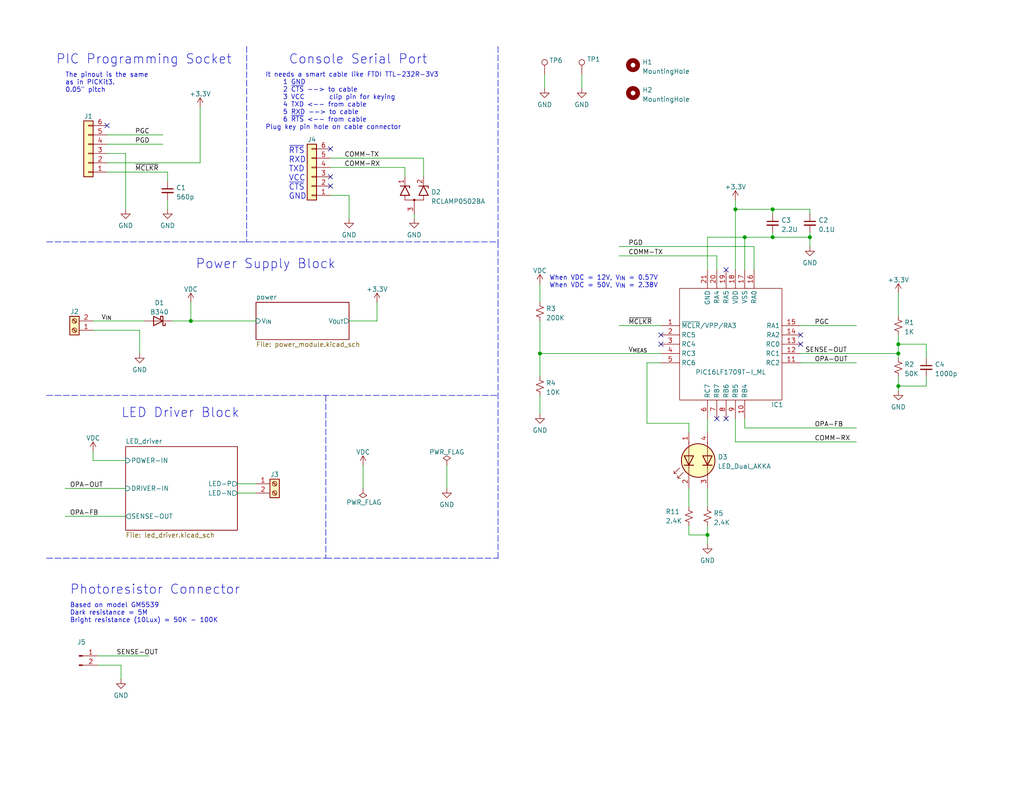
<source format=kicad_sch>
(kicad_sch (version 20211123) (generator eeschema)

  (uuid ee5b8d49-5908-4938-b25a-8bac48ec737e)

  (paper "A")

  (title_block
    (title "Lantern")
    (date "2023-01-09")
    (rev "V1.1")
  )

  (lib_symbols
    (symbol "Connector:Conn_01x02_Male" (pin_names (offset 1.016) hide) (in_bom yes) (on_board yes)
      (property "Reference" "J" (id 0) (at 0 2.54 0)
        (effects (font (size 1.27 1.27)))
      )
      (property "Value" "Conn_01x02_Male" (id 1) (at 0 -5.08 0)
        (effects (font (size 1.27 1.27)))
      )
      (property "Footprint" "" (id 2) (at 0 0 0)
        (effects (font (size 1.27 1.27)) hide)
      )
      (property "Datasheet" "~" (id 3) (at 0 0 0)
        (effects (font (size 1.27 1.27)) hide)
      )
      (property "ki_keywords" "connector" (id 4) (at 0 0 0)
        (effects (font (size 1.27 1.27)) hide)
      )
      (property "ki_description" "Generic connector, single row, 01x02, script generated (kicad-library-utils/schlib/autogen/connector/)" (id 5) (at 0 0 0)
        (effects (font (size 1.27 1.27)) hide)
      )
      (property "ki_fp_filters" "Connector*:*_1x??_*" (id 6) (at 0 0 0)
        (effects (font (size 1.27 1.27)) hide)
      )
      (symbol "Conn_01x02_Male_1_1"
        (polyline
          (pts
            (xy 1.27 -2.54)
            (xy 0.8636 -2.54)
          )
          (stroke (width 0.1524) (type default) (color 0 0 0 0))
          (fill (type none))
        )
        (polyline
          (pts
            (xy 1.27 0)
            (xy 0.8636 0)
          )
          (stroke (width 0.1524) (type default) (color 0 0 0 0))
          (fill (type none))
        )
        (rectangle (start 0.8636 -2.413) (end 0 -2.667)
          (stroke (width 0.1524) (type default) (color 0 0 0 0))
          (fill (type outline))
        )
        (rectangle (start 0.8636 0.127) (end 0 -0.127)
          (stroke (width 0.1524) (type default) (color 0 0 0 0))
          (fill (type outline))
        )
        (pin passive line (at 5.08 0 180) (length 3.81)
          (name "Pin_1" (effects (font (size 1.27 1.27))))
          (number "1" (effects (font (size 1.27 1.27))))
        )
        (pin passive line (at 5.08 -2.54 180) (length 3.81)
          (name "Pin_2" (effects (font (size 1.27 1.27))))
          (number "2" (effects (font (size 1.27 1.27))))
        )
      )
    )
    (symbol "Connector:Screw_Terminal_01x02" (pin_names (offset 1.016) hide) (in_bom yes) (on_board yes)
      (property "Reference" "J" (id 0) (at 0 2.54 0)
        (effects (font (size 1.27 1.27)))
      )
      (property "Value" "Screw_Terminal_01x02" (id 1) (at 0 -5.08 0)
        (effects (font (size 1.27 1.27)))
      )
      (property "Footprint" "" (id 2) (at 0 0 0)
        (effects (font (size 1.27 1.27)) hide)
      )
      (property "Datasheet" "~" (id 3) (at 0 0 0)
        (effects (font (size 1.27 1.27)) hide)
      )
      (property "ki_keywords" "screw terminal" (id 4) (at 0 0 0)
        (effects (font (size 1.27 1.27)) hide)
      )
      (property "ki_description" "Generic screw terminal, single row, 01x02, script generated (kicad-library-utils/schlib/autogen/connector/)" (id 5) (at 0 0 0)
        (effects (font (size 1.27 1.27)) hide)
      )
      (property "ki_fp_filters" "TerminalBlock*:*" (id 6) (at 0 0 0)
        (effects (font (size 1.27 1.27)) hide)
      )
      (symbol "Screw_Terminal_01x02_1_1"
        (rectangle (start -1.27 1.27) (end 1.27 -3.81)
          (stroke (width 0.254) (type default) (color 0 0 0 0))
          (fill (type background))
        )
        (circle (center 0 -2.54) (radius 0.635)
          (stroke (width 0.1524) (type default) (color 0 0 0 0))
          (fill (type none))
        )
        (polyline
          (pts
            (xy -0.5334 -2.2098)
            (xy 0.3302 -3.048)
          )
          (stroke (width 0.1524) (type default) (color 0 0 0 0))
          (fill (type none))
        )
        (polyline
          (pts
            (xy -0.5334 0.3302)
            (xy 0.3302 -0.508)
          )
          (stroke (width 0.1524) (type default) (color 0 0 0 0))
          (fill (type none))
        )
        (polyline
          (pts
            (xy -0.3556 -2.032)
            (xy 0.508 -2.8702)
          )
          (stroke (width 0.1524) (type default) (color 0 0 0 0))
          (fill (type none))
        )
        (polyline
          (pts
            (xy -0.3556 0.508)
            (xy 0.508 -0.3302)
          )
          (stroke (width 0.1524) (type default) (color 0 0 0 0))
          (fill (type none))
        )
        (circle (center 0 0) (radius 0.635)
          (stroke (width 0.1524) (type default) (color 0 0 0 0))
          (fill (type none))
        )
        (pin passive line (at -5.08 0 0) (length 3.81)
          (name "Pin_1" (effects (font (size 1.27 1.27))))
          (number "1" (effects (font (size 1.27 1.27))))
        )
        (pin passive line (at -5.08 -2.54 0) (length 3.81)
          (name "Pin_2" (effects (font (size 1.27 1.27))))
          (number "2" (effects (font (size 1.27 1.27))))
        )
      )
    )
    (symbol "Connector:TestPoint" (pin_numbers hide) (pin_names (offset 0.762) hide) (in_bom yes) (on_board yes)
      (property "Reference" "TP" (id 0) (at 0 6.858 0)
        (effects (font (size 1.27 1.27)))
      )
      (property "Value" "TestPoint" (id 1) (at 0 5.08 0)
        (effects (font (size 1.27 1.27)))
      )
      (property "Footprint" "" (id 2) (at 5.08 0 0)
        (effects (font (size 1.27 1.27)) hide)
      )
      (property "Datasheet" "~" (id 3) (at 5.08 0 0)
        (effects (font (size 1.27 1.27)) hide)
      )
      (property "ki_keywords" "test point tp" (id 4) (at 0 0 0)
        (effects (font (size 1.27 1.27)) hide)
      )
      (property "ki_description" "test point" (id 5) (at 0 0 0)
        (effects (font (size 1.27 1.27)) hide)
      )
      (property "ki_fp_filters" "Pin* Test*" (id 6) (at 0 0 0)
        (effects (font (size 1.27 1.27)) hide)
      )
      (symbol "TestPoint_0_1"
        (circle (center 0 3.302) (radius 0.762)
          (stroke (width 0) (type default) (color 0 0 0 0))
          (fill (type none))
        )
      )
      (symbol "TestPoint_1_1"
        (pin passive line (at 0 0 90) (length 2.54)
          (name "1" (effects (font (size 1.27 1.27))))
          (number "1" (effects (font (size 1.27 1.27))))
        )
      )
    )
    (symbol "Connector_Generic:Conn_01x06" (pin_names (offset 1.016) hide) (in_bom yes) (on_board yes)
      (property "Reference" "J" (id 0) (at 0 7.62 0)
        (effects (font (size 1.27 1.27)))
      )
      (property "Value" "Conn_01x06" (id 1) (at 0 -10.16 0)
        (effects (font (size 1.27 1.27)))
      )
      (property "Footprint" "" (id 2) (at 0 0 0)
        (effects (font (size 1.27 1.27)) hide)
      )
      (property "Datasheet" "~" (id 3) (at 0 0 0)
        (effects (font (size 1.27 1.27)) hide)
      )
      (property "ki_keywords" "connector" (id 4) (at 0 0 0)
        (effects (font (size 1.27 1.27)) hide)
      )
      (property "ki_description" "Generic connector, single row, 01x06, script generated (kicad-library-utils/schlib/autogen/connector/)" (id 5) (at 0 0 0)
        (effects (font (size 1.27 1.27)) hide)
      )
      (property "ki_fp_filters" "Connector*:*_1x??_*" (id 6) (at 0 0 0)
        (effects (font (size 1.27 1.27)) hide)
      )
      (symbol "Conn_01x06_1_1"
        (rectangle (start -1.27 -7.493) (end 0 -7.747)
          (stroke (width 0.1524) (type default) (color 0 0 0 0))
          (fill (type none))
        )
        (rectangle (start -1.27 -4.953) (end 0 -5.207)
          (stroke (width 0.1524) (type default) (color 0 0 0 0))
          (fill (type none))
        )
        (rectangle (start -1.27 -2.413) (end 0 -2.667)
          (stroke (width 0.1524) (type default) (color 0 0 0 0))
          (fill (type none))
        )
        (rectangle (start -1.27 0.127) (end 0 -0.127)
          (stroke (width 0.1524) (type default) (color 0 0 0 0))
          (fill (type none))
        )
        (rectangle (start -1.27 2.667) (end 0 2.413)
          (stroke (width 0.1524) (type default) (color 0 0 0 0))
          (fill (type none))
        )
        (rectangle (start -1.27 5.207) (end 0 4.953)
          (stroke (width 0.1524) (type default) (color 0 0 0 0))
          (fill (type none))
        )
        (rectangle (start -1.27 6.35) (end 1.27 -8.89)
          (stroke (width 0.254) (type default) (color 0 0 0 0))
          (fill (type background))
        )
        (pin passive line (at -5.08 5.08 0) (length 3.81)
          (name "Pin_1" (effects (font (size 1.27 1.27))))
          (number "1" (effects (font (size 1.27 1.27))))
        )
        (pin passive line (at -5.08 2.54 0) (length 3.81)
          (name "Pin_2" (effects (font (size 1.27 1.27))))
          (number "2" (effects (font (size 1.27 1.27))))
        )
        (pin passive line (at -5.08 0 0) (length 3.81)
          (name "Pin_3" (effects (font (size 1.27 1.27))))
          (number "3" (effects (font (size 1.27 1.27))))
        )
        (pin passive line (at -5.08 -2.54 0) (length 3.81)
          (name "Pin_4" (effects (font (size 1.27 1.27))))
          (number "4" (effects (font (size 1.27 1.27))))
        )
        (pin passive line (at -5.08 -5.08 0) (length 3.81)
          (name "Pin_5" (effects (font (size 1.27 1.27))))
          (number "5" (effects (font (size 1.27 1.27))))
        )
        (pin passive line (at -5.08 -7.62 0) (length 3.81)
          (name "Pin_6" (effects (font (size 1.27 1.27))))
          (number "6" (effects (font (size 1.27 1.27))))
        )
      )
    )
    (symbol "Device:C_Small" (pin_numbers hide) (pin_names (offset 0.254) hide) (in_bom yes) (on_board yes)
      (property "Reference" "C" (id 0) (at 0.254 1.778 0)
        (effects (font (size 1.27 1.27)) (justify left))
      )
      (property "Value" "C_Small" (id 1) (at 0.254 -2.032 0)
        (effects (font (size 1.27 1.27)) (justify left))
      )
      (property "Footprint" "" (id 2) (at 0 0 0)
        (effects (font (size 1.27 1.27)) hide)
      )
      (property "Datasheet" "~" (id 3) (at 0 0 0)
        (effects (font (size 1.27 1.27)) hide)
      )
      (property "ki_keywords" "capacitor cap" (id 4) (at 0 0 0)
        (effects (font (size 1.27 1.27)) hide)
      )
      (property "ki_description" "Unpolarized capacitor, small symbol" (id 5) (at 0 0 0)
        (effects (font (size 1.27 1.27)) hide)
      )
      (property "ki_fp_filters" "C_*" (id 6) (at 0 0 0)
        (effects (font (size 1.27 1.27)) hide)
      )
      (symbol "C_Small_0_1"
        (polyline
          (pts
            (xy -1.524 -0.508)
            (xy 1.524 -0.508)
          )
          (stroke (width 0.3302) (type default) (color 0 0 0 0))
          (fill (type none))
        )
        (polyline
          (pts
            (xy -1.524 0.508)
            (xy 1.524 0.508)
          )
          (stroke (width 0.3048) (type default) (color 0 0 0 0))
          (fill (type none))
        )
      )
      (symbol "C_Small_1_1"
        (pin passive line (at 0 2.54 270) (length 2.032)
          (name "~" (effects (font (size 1.27 1.27))))
          (number "1" (effects (font (size 1.27 1.27))))
        )
        (pin passive line (at 0 -2.54 90) (length 2.032)
          (name "~" (effects (font (size 1.27 1.27))))
          (number "2" (effects (font (size 1.27 1.27))))
        )
      )
    )
    (symbol "Device:LED_Dual_AKKA" (pin_names (offset 0) hide) (in_bom yes) (on_board yes)
      (property "Reference" "D" (id 0) (at 0 5.715 0)
        (effects (font (size 1.27 1.27)))
      )
      (property "Value" "LED_Dual_AKKA" (id 1) (at 0 -6.35 0)
        (effects (font (size 1.27 1.27)))
      )
      (property "Footprint" "" (id 2) (at 0.762 0 0)
        (effects (font (size 1.27 1.27)) hide)
      )
      (property "Datasheet" "~" (id 3) (at 0.762 0 0)
        (effects (font (size 1.27 1.27)) hide)
      )
      (property "ki_keywords" "LED diode bicolor dual" (id 4) (at 0 0 0)
        (effects (font (size 1.27 1.27)) hide)
      )
      (property "ki_description" "Dual LED, cathodes on pins 2 and 3" (id 5) (at 0 0 0)
        (effects (font (size 1.27 1.27)) hide)
      )
      (property "ki_fp_filters" "LED* LED_SMD:* LED_THT:*" (id 6) (at 0 0 0)
        (effects (font (size 1.27 1.27)) hide)
      )
      (symbol "LED_Dual_AKKA_0_1"
        (polyline
          (pts
            (xy -5.08 -2.54)
            (xy 2.032 -2.54)
          )
          (stroke (width 0) (type default) (color 0 0 0 0))
          (fill (type none))
        )
        (polyline
          (pts
            (xy -5.08 2.54)
            (xy 2.032 2.54)
          )
          (stroke (width 0) (type default) (color 0 0 0 0))
          (fill (type none))
        )
        (polyline
          (pts
            (xy 1.27 -1.27)
            (xy 1.27 -3.81)
          )
          (stroke (width 0.254) (type default) (color 0 0 0 0))
          (fill (type none))
        )
        (polyline
          (pts
            (xy 1.27 3.81)
            (xy 1.27 1.27)
          )
          (stroke (width 0.254) (type default) (color 0 0 0 0))
          (fill (type none))
        )
        (polyline
          (pts
            (xy 3.81 -2.54)
            (xy 1.905 -2.54)
          )
          (stroke (width 0) (type default) (color 0 0 0 0))
          (fill (type none))
        )
        (polyline
          (pts
            (xy 3.81 2.54)
            (xy 1.905 2.54)
          )
          (stroke (width 0) (type default) (color 0 0 0 0))
          (fill (type none))
        )
        (polyline
          (pts
            (xy -1.27 -1.27)
            (xy -1.27 -3.81)
            (xy 1.27 -2.54)
            (xy -1.27 -1.27)
          )
          (stroke (width 0.254) (type default) (color 0 0 0 0))
          (fill (type none))
        )
        (polyline
          (pts
            (xy -1.27 3.81)
            (xy -1.27 1.27)
            (xy 1.27 2.54)
            (xy -1.27 3.81)
          )
          (stroke (width 0.254) (type default) (color 0 0 0 0))
          (fill (type none))
        )
        (polyline
          (pts
            (xy 2.032 5.08)
            (xy 3.556 6.604)
            (xy 2.794 6.604)
            (xy 3.556 6.604)
            (xy 3.556 5.842)
          )
          (stroke (width 0) (type default) (color 0 0 0 0))
          (fill (type none))
        )
        (polyline
          (pts
            (xy 3.302 4.064)
            (xy 4.826 5.588)
            (xy 4.064 5.588)
            (xy 4.826 5.588)
            (xy 4.826 4.826)
          )
          (stroke (width 0) (type default) (color 0 0 0 0))
          (fill (type none))
        )
        (circle (center 0 0) (radius 4.572)
          (stroke (width 0.254) (type default) (color 0 0 0 0))
          (fill (type background))
        )
      )
      (symbol "LED_Dual_AKKA_1_1"
        (pin input line (at -7.62 2.54 0) (length 3.048)
          (name "A1" (effects (font (size 1.27 1.27))))
          (number "1" (effects (font (size 1.27 1.27))))
        )
        (pin input line (at 7.62 2.54 180) (length 3.81)
          (name "K1" (effects (font (size 1.27 1.27))))
          (number "2" (effects (font (size 1.27 1.27))))
        )
        (pin input line (at 7.62 -2.54 180) (length 3.81)
          (name "K2" (effects (font (size 1.27 1.27))))
          (number "3" (effects (font (size 1.27 1.27))))
        )
        (pin input line (at -7.62 -2.54 0) (length 3.048)
          (name "A2" (effects (font (size 1.27 1.27))))
          (number "4" (effects (font (size 1.27 1.27))))
        )
      )
    )
    (symbol "Device:R_Small_US" (pin_numbers hide) (pin_names (offset 0.254) hide) (in_bom yes) (on_board yes)
      (property "Reference" "R" (id 0) (at 0.762 0.508 0)
        (effects (font (size 1.27 1.27)) (justify left))
      )
      (property "Value" "R_Small_US" (id 1) (at 0.762 -1.016 0)
        (effects (font (size 1.27 1.27)) (justify left))
      )
      (property "Footprint" "" (id 2) (at 0 0 0)
        (effects (font (size 1.27 1.27)) hide)
      )
      (property "Datasheet" "~" (id 3) (at 0 0 0)
        (effects (font (size 1.27 1.27)) hide)
      )
      (property "ki_keywords" "r resistor" (id 4) (at 0 0 0)
        (effects (font (size 1.27 1.27)) hide)
      )
      (property "ki_description" "Resistor, small US symbol" (id 5) (at 0 0 0)
        (effects (font (size 1.27 1.27)) hide)
      )
      (property "ki_fp_filters" "R_*" (id 6) (at 0 0 0)
        (effects (font (size 1.27 1.27)) hide)
      )
      (symbol "R_Small_US_1_1"
        (polyline
          (pts
            (xy 0 0)
            (xy 1.016 -0.381)
            (xy 0 -0.762)
            (xy -1.016 -1.143)
            (xy 0 -1.524)
          )
          (stroke (width 0) (type default) (color 0 0 0 0))
          (fill (type none))
        )
        (polyline
          (pts
            (xy 0 1.524)
            (xy 1.016 1.143)
            (xy 0 0.762)
            (xy -1.016 0.381)
            (xy 0 0)
          )
          (stroke (width 0) (type default) (color 0 0 0 0))
          (fill (type none))
        )
        (pin passive line (at 0 2.54 270) (length 1.016)
          (name "~" (effects (font (size 1.27 1.27))))
          (number "1" (effects (font (size 1.27 1.27))))
        )
        (pin passive line (at 0 -2.54 90) (length 1.016)
          (name "~" (effects (font (size 1.27 1.27))))
          (number "2" (effects (font (size 1.27 1.27))))
        )
      )
    )
    (symbol "Diode:B340" (pin_numbers hide) (pin_names (offset 1.016) hide) (in_bom yes) (on_board yes)
      (property "Reference" "D" (id 0) (at 0 2.54 0)
        (effects (font (size 1.27 1.27)))
      )
      (property "Value" "B340" (id 1) (at 0 -2.54 0)
        (effects (font (size 1.27 1.27)))
      )
      (property "Footprint" "Diode_SMD:D_SMC" (id 2) (at 0 -4.445 0)
        (effects (font (size 1.27 1.27)) hide)
      )
      (property "Datasheet" "http://www.jameco.com/Jameco/Products/ProdDS/1538777.pdf" (id 3) (at 0 0 0)
        (effects (font (size 1.27 1.27)) hide)
      )
      (property "ki_keywords" "diode Schottky" (id 4) (at 0 0 0)
        (effects (font (size 1.27 1.27)) hide)
      )
      (property "ki_description" "40V 3A Schottky Barrier Rectifier Diode, SMC" (id 5) (at 0 0 0)
        (effects (font (size 1.27 1.27)) hide)
      )
      (property "ki_fp_filters" "D*SMC*" (id 6) (at 0 0 0)
        (effects (font (size 1.27 1.27)) hide)
      )
      (symbol "B340_0_1"
        (polyline
          (pts
            (xy 1.27 0)
            (xy -1.27 0)
          )
          (stroke (width 0) (type default) (color 0 0 0 0))
          (fill (type none))
        )
        (polyline
          (pts
            (xy 1.27 1.27)
            (xy 1.27 -1.27)
            (xy -1.27 0)
            (xy 1.27 1.27)
          )
          (stroke (width 0.254) (type default) (color 0 0 0 0))
          (fill (type none))
        )
        (polyline
          (pts
            (xy -1.905 0.635)
            (xy -1.905 1.27)
            (xy -1.27 1.27)
            (xy -1.27 -1.27)
            (xy -0.635 -1.27)
            (xy -0.635 -0.635)
          )
          (stroke (width 0.254) (type default) (color 0 0 0 0))
          (fill (type none))
        )
      )
      (symbol "B340_1_1"
        (pin passive line (at -3.81 0 0) (length 2.54)
          (name "K" (effects (font (size 1.27 1.27))))
          (number "1" (effects (font (size 1.27 1.27))))
        )
        (pin passive line (at 3.81 0 180) (length 2.54)
          (name "A" (effects (font (size 1.27 1.27))))
          (number "2" (effects (font (size 1.27 1.27))))
        )
      )
    )
    (symbol "Mechanical:MountingHole" (pin_names (offset 1.016)) (in_bom yes) (on_board yes)
      (property "Reference" "H" (id 0) (at 0 5.08 0)
        (effects (font (size 1.27 1.27)))
      )
      (property "Value" "MountingHole" (id 1) (at 0 3.175 0)
        (effects (font (size 1.27 1.27)))
      )
      (property "Footprint" "" (id 2) (at 0 0 0)
        (effects (font (size 1.27 1.27)) hide)
      )
      (property "Datasheet" "~" (id 3) (at 0 0 0)
        (effects (font (size 1.27 1.27)) hide)
      )
      (property "ki_keywords" "mounting hole" (id 4) (at 0 0 0)
        (effects (font (size 1.27 1.27)) hide)
      )
      (property "ki_description" "Mounting Hole without connection" (id 5) (at 0 0 0)
        (effects (font (size 1.27 1.27)) hide)
      )
      (property "ki_fp_filters" "MountingHole*" (id 6) (at 0 0 0)
        (effects (font (size 1.27 1.27)) hide)
      )
      (symbol "MountingHole_0_1"
        (circle (center 0 0) (radius 1.27)
          (stroke (width 1.27) (type default) (color 0 0 0 0))
          (fill (type none))
        )
      )
    )
    (symbol "Power_Protection:RCLAMP0502BA" (pin_names hide) (in_bom yes) (on_board yes)
      (property "Reference" "D" (id 0) (at 0 5.08 0)
        (effects (font (size 1.27 1.27)))
      )
      (property "Value" "RCLAMP0502BA" (id 1) (at 0 -5.08 0)
        (effects (font (size 1.27 1.27)))
      )
      (property "Footprint" "Package_TO_SOT_SMD:SOT-416" (id 2) (at 0 -7.62 0)
        (effects (font (size 1.27 1.27)) hide)
      )
      (property "Datasheet" "https://www.semtech.com/products/circuit-protection/low-capacitance/rclamp0502ba" (id 3) (at 1.27 2.54 0)
        (effects (font (size 1.27 1.27)) hide)
      )
      (property "ki_keywords" "tvs unidirectional" (id 4) (at 0 0 0)
        (effects (font (size 1.27 1.27)) hide)
      )
      (property "ki_description" "Low capacitance unidirectional dual ESD protection diode, SC-75" (id 5) (at 0 0 0)
        (effects (font (size 1.27 1.27)) hide)
      )
      (property "ki_fp_filters" "SOT?416*" (id 6) (at 0 0 0)
        (effects (font (size 1.27 1.27)) hide)
      )
      (symbol "RCLAMP0502BA_0_1"
        (polyline
          (pts
            (xy -2.54 0)
            (xy -1.27 0)
          )
          (stroke (width 0) (type default) (color 0 0 0 0))
          (fill (type none))
        )
        (polyline
          (pts
            (xy -1.27 2.54)
            (xy -1.27 -2.54)
          )
          (stroke (width 0) (type default) (color 0 0 0 0))
          (fill (type none))
        )
        (polyline
          (pts
            (xy 0 2.54)
            (xy -1.27 2.54)
          )
          (stroke (width 0.1524) (type default) (color 0 0 0 0))
          (fill (type none))
        )
        (polyline
          (pts
            (xy 2.54 3.81)
            (xy 2.54 1.27)
            (xy 2.032 1.27)
          )
          (stroke (width 0.254) (type default) (color 0 0 0 0))
          (fill (type none))
        )
        (polyline
          (pts
            (xy 0 1.27)
            (xy 0 3.81)
            (xy 2.54 2.54)
            (xy 0 1.27)
          )
          (stroke (width 0.254) (type default) (color 0 0 0 0))
          (fill (type none))
        )
        (pin passive line (at -5.08 0 0) (length 2.54)
          (name "A" (effects (font (size 1.27 1.27))))
          (number "3" (effects (font (size 1.27 1.27))))
        )
      )
      (symbol "RCLAMP0502BA_1_1"
        (circle (center -1.27 0) (radius 0.254)
          (stroke (width 0) (type default) (color 0 0 0 0))
          (fill (type outline))
        )
        (polyline
          (pts
            (xy 0 -2.54)
            (xy -1.27 -2.54)
          )
          (stroke (width 0.1524) (type default) (color 0 0 0 0))
          (fill (type none))
        )
        (polyline
          (pts
            (xy 2.54 -1.27)
            (xy 2.54 -3.81)
            (xy 2.032 -3.81)
          )
          (stroke (width 0.254) (type default) (color 0 0 0 0))
          (fill (type none))
        )
        (polyline
          (pts
            (xy 0 -3.81)
            (xy 0 -1.27)
            (xy 2.54 -2.54)
            (xy 0 -3.81)
          )
          (stroke (width 0.254) (type default) (color 0 0 0 0))
          (fill (type none))
        )
        (pin passive line (at 5.08 2.54 180) (length 2.54)
          (name "K1" (effects (font (size 1.27 1.27))))
          (number "1" (effects (font (size 1.27 1.27))))
        )
        (pin passive line (at 5.08 -2.54 180) (length 2.54)
          (name "K2" (effects (font (size 1.27 1.27))))
          (number "2" (effects (font (size 1.27 1.27))))
        )
      )
    )
    (symbol "power:+3.3V" (power) (pin_names (offset 0)) (in_bom yes) (on_board yes)
      (property "Reference" "#PWR" (id 0) (at 0 -3.81 0)
        (effects (font (size 1.27 1.27)) hide)
      )
      (property "Value" "+3.3V" (id 1) (at 0 3.556 0)
        (effects (font (size 1.27 1.27)))
      )
      (property "Footprint" "" (id 2) (at 0 0 0)
        (effects (font (size 1.27 1.27)) hide)
      )
      (property "Datasheet" "" (id 3) (at 0 0 0)
        (effects (font (size 1.27 1.27)) hide)
      )
      (property "ki_keywords" "power-flag" (id 4) (at 0 0 0)
        (effects (font (size 1.27 1.27)) hide)
      )
      (property "ki_description" "Power symbol creates a global label with name \"+3.3V\"" (id 5) (at 0 0 0)
        (effects (font (size 1.27 1.27)) hide)
      )
      (symbol "+3.3V_0_1"
        (polyline
          (pts
            (xy -0.762 1.27)
            (xy 0 2.54)
          )
          (stroke (width 0) (type default) (color 0 0 0 0))
          (fill (type none))
        )
        (polyline
          (pts
            (xy 0 0)
            (xy 0 2.54)
          )
          (stroke (width 0) (type default) (color 0 0 0 0))
          (fill (type none))
        )
        (polyline
          (pts
            (xy 0 2.54)
            (xy 0.762 1.27)
          )
          (stroke (width 0) (type default) (color 0 0 0 0))
          (fill (type none))
        )
      )
      (symbol "+3.3V_1_1"
        (pin power_in line (at 0 0 90) (length 0) hide
          (name "+3.3V" (effects (font (size 1.27 1.27))))
          (number "1" (effects (font (size 1.27 1.27))))
        )
      )
    )
    (symbol "power:GND" (power) (pin_names (offset 0)) (in_bom yes) (on_board yes)
      (property "Reference" "#PWR" (id 0) (at 0 -6.35 0)
        (effects (font (size 1.27 1.27)) hide)
      )
      (property "Value" "GND" (id 1) (at 0 -3.81 0)
        (effects (font (size 1.27 1.27)))
      )
      (property "Footprint" "" (id 2) (at 0 0 0)
        (effects (font (size 1.27 1.27)) hide)
      )
      (property "Datasheet" "" (id 3) (at 0 0 0)
        (effects (font (size 1.27 1.27)) hide)
      )
      (property "ki_keywords" "power-flag" (id 4) (at 0 0 0)
        (effects (font (size 1.27 1.27)) hide)
      )
      (property "ki_description" "Power symbol creates a global label with name \"GND\" , ground" (id 5) (at 0 0 0)
        (effects (font (size 1.27 1.27)) hide)
      )
      (symbol "GND_0_1"
        (polyline
          (pts
            (xy 0 0)
            (xy 0 -1.27)
            (xy 1.27 -1.27)
            (xy 0 -2.54)
            (xy -1.27 -1.27)
            (xy 0 -1.27)
          )
          (stroke (width 0) (type default) (color 0 0 0 0))
          (fill (type none))
        )
      )
      (symbol "GND_1_1"
        (pin power_in line (at 0 0 270) (length 0) hide
          (name "GND" (effects (font (size 1.27 1.27))))
          (number "1" (effects (font (size 1.27 1.27))))
        )
      )
    )
    (symbol "power:PWR_FLAG" (power) (pin_numbers hide) (pin_names (offset 0) hide) (in_bom yes) (on_board yes)
      (property "Reference" "#FLG" (id 0) (at 0 1.905 0)
        (effects (font (size 1.27 1.27)) hide)
      )
      (property "Value" "PWR_FLAG" (id 1) (at 0 3.81 0)
        (effects (font (size 1.27 1.27)))
      )
      (property "Footprint" "" (id 2) (at 0 0 0)
        (effects (font (size 1.27 1.27)) hide)
      )
      (property "Datasheet" "~" (id 3) (at 0 0 0)
        (effects (font (size 1.27 1.27)) hide)
      )
      (property "ki_keywords" "power-flag" (id 4) (at 0 0 0)
        (effects (font (size 1.27 1.27)) hide)
      )
      (property "ki_description" "Special symbol for telling ERC where power comes from" (id 5) (at 0 0 0)
        (effects (font (size 1.27 1.27)) hide)
      )
      (symbol "PWR_FLAG_0_0"
        (pin power_out line (at 0 0 90) (length 0)
          (name "pwr" (effects (font (size 1.27 1.27))))
          (number "1" (effects (font (size 1.27 1.27))))
        )
      )
      (symbol "PWR_FLAG_0_1"
        (polyline
          (pts
            (xy 0 0)
            (xy 0 1.27)
            (xy -1.016 1.905)
            (xy 0 2.54)
            (xy 1.016 1.905)
            (xy 0 1.27)
          )
          (stroke (width 0) (type default) (color 0 0 0 0))
          (fill (type none))
        )
      )
    )
    (symbol "power:VDC" (power) (pin_names (offset 0)) (in_bom yes) (on_board yes)
      (property "Reference" "#PWR" (id 0) (at 0 -2.54 0)
        (effects (font (size 1.27 1.27)) hide)
      )
      (property "Value" "VDC" (id 1) (at 0 6.35 0)
        (effects (font (size 1.27 1.27)))
      )
      (property "Footprint" "" (id 2) (at 0 0 0)
        (effects (font (size 1.27 1.27)) hide)
      )
      (property "Datasheet" "" (id 3) (at 0 0 0)
        (effects (font (size 1.27 1.27)) hide)
      )
      (property "ki_keywords" "power-flag" (id 4) (at 0 0 0)
        (effects (font (size 1.27 1.27)) hide)
      )
      (property "ki_description" "Power symbol creates a global label with name \"VDC\"" (id 5) (at 0 0 0)
        (effects (font (size 1.27 1.27)) hide)
      )
      (symbol "VDC_0_1"
        (polyline
          (pts
            (xy -0.762 1.27)
            (xy 0 2.54)
          )
          (stroke (width 0) (type default) (color 0 0 0 0))
          (fill (type none))
        )
        (polyline
          (pts
            (xy 0 0)
            (xy 0 2.54)
          )
          (stroke (width 0) (type default) (color 0 0 0 0))
          (fill (type none))
        )
        (polyline
          (pts
            (xy 0 2.54)
            (xy 0.762 1.27)
          )
          (stroke (width 0) (type default) (color 0 0 0 0))
          (fill (type none))
        )
      )
      (symbol "VDC_1_1"
        (pin power_in line (at 0 0 90) (length 0) hide
          (name "VDC" (effects (font (size 1.27 1.27))))
          (number "1" (effects (font (size 1.27 1.27))))
        )
      )
    )
    (symbol "ym_Microcontrollers:PIC16LF1709T-I_ML" (in_bom yes) (on_board yes)
      (property "Reference" "IC" (id 0) (at 10.16 -16.51 0)
        (effects (font (size 1.27 1.27)))
      )
      (property "Value" "PIC16LF1709T-I_ML" (id 1) (at 0 -7.62 0)
        (effects (font (size 1.27 1.27)))
      )
      (property "Footprint" "Package_DFN_QFN:QFN-20-1EP_4x4mm_P0.5mm_EP2.5x2.5mm_ThermalVias" (id 2) (at 0 0 0)
        (effects (font (size 1.27 1.27)) hide)
      )
      (property "Datasheet" "https://ww1.microchip.com/downloads/aemDocuments/documents/OTH/ProductDocuments/DataSheets/40001729C.pdf" (id 3) (at 0 0 0)
        (effects (font (size 1.27 1.27)) hide)
      )
      (property "Description" "Microchip Technology PIC16LF1709T-I_ML, 8-bit CPU Microcontroller, 32MHz, 8KB Flash, 1KB RAM, 20-Pin QFN" (id 4) (at 0 0 0)
        (effects (font (size 1.27 1.27)) hide)
      )
      (property "ki_keywords" "PIC, PIC16LF1709" (id 5) (at 0 0 0)
        (effects (font (size 1.27 1.27)) hide)
      )
      (property "ki_description" "Microchip Technology PIC16LF1709T-I_ML, 8-bit CPU Microcontroller, 32MHz, 8KB Flash, 1KB RAM, 20-Pin QFN" (id 6) (at 0 0 0)
        (effects (font (size 1.27 1.27)) hide)
      )
      (symbol "PIC16LF1709T-I_ML_0_0"
        (pin passive line (at -19.05 5.08 0) (length 5.08)
          (name "~{MCLR}/VPP/RA3" (effects (font (size 1.27 1.27))))
          (number "1" (effects (font (size 1.27 1.27))))
        )
        (pin passive line (at 3.81 -20.32 90) (length 5.08)
          (name "RB4" (effects (font (size 1.27 1.27))))
          (number "10" (effects (font (size 1.27 1.27))))
        )
        (pin passive line (at 19.05 -5.08 180) (length 5.08)
          (name "RC2" (effects (font (size 1.27 1.27))))
          (number "11" (effects (font (size 1.27 1.27))))
        )
        (pin passive line (at 19.05 -2.54 180) (length 5.08)
          (name "RC1" (effects (font (size 1.27 1.27))))
          (number "12" (effects (font (size 1.27 1.27))))
        )
        (pin passive line (at 19.05 0 180) (length 5.08)
          (name "RC0" (effects (font (size 1.27 1.27))))
          (number "13" (effects (font (size 1.27 1.27))))
        )
        (pin passive line (at 19.05 2.54 180) (length 5.08)
          (name "RA2" (effects (font (size 1.27 1.27))))
          (number "14" (effects (font (size 1.27 1.27))))
        )
        (pin passive line (at 19.05 5.08 180) (length 5.08)
          (name "RA1" (effects (font (size 1.27 1.27))))
          (number "15" (effects (font (size 1.27 1.27))))
        )
        (pin passive line (at 6.35 20.32 270) (length 5.08)
          (name "RA0" (effects (font (size 1.27 1.27))))
          (number "16" (effects (font (size 1.27 1.27))))
        )
        (pin power_in line (at 3.81 20.32 270) (length 5.08)
          (name "VSS" (effects (font (size 1.27 1.27))))
          (number "17" (effects (font (size 1.27 1.27))))
        )
        (pin power_in line (at 1.27 20.32 270) (length 5.08)
          (name "VDD" (effects (font (size 1.27 1.27))))
          (number "18" (effects (font (size 1.27 1.27))))
        )
        (pin passive line (at -1.27 20.32 270) (length 5.08)
          (name "RA5" (effects (font (size 1.27 1.27))))
          (number "19" (effects (font (size 1.27 1.27))))
        )
        (pin passive line (at -19.05 2.54 0) (length 5.08)
          (name "RC5" (effects (font (size 1.27 1.27))))
          (number "2" (effects (font (size 1.27 1.27))))
        )
        (pin passive line (at -3.81 20.32 270) (length 5.08)
          (name "RA4" (effects (font (size 1.27 1.27))))
          (number "20" (effects (font (size 1.27 1.27))))
        )
        (pin power_in line (at -6.35 20.32 270) (length 5.08)
          (name "GND" (effects (font (size 1.27 1.27))))
          (number "21" (effects (font (size 1.27 1.27))))
        )
        (pin passive line (at -19.05 0 0) (length 5.08)
          (name "RC4" (effects (font (size 1.27 1.27))))
          (number "3" (effects (font (size 1.27 1.27))))
        )
        (pin passive line (at -19.05 -2.54 0) (length 5.08)
          (name "RC3" (effects (font (size 1.27 1.27))))
          (number "4" (effects (font (size 1.27 1.27))))
        )
        (pin passive line (at -19.05 -5.08 0) (length 5.08)
          (name "RC6" (effects (font (size 1.27 1.27))))
          (number "5" (effects (font (size 1.27 1.27))))
        )
        (pin passive line (at -6.35 -20.32 90) (length 5.08)
          (name "RC7" (effects (font (size 1.27 1.27))))
          (number "6" (effects (font (size 1.27 1.27))))
        )
        (pin passive line (at -3.81 -20.32 90) (length 5.08)
          (name "RB7" (effects (font (size 1.27 1.27))))
          (number "7" (effects (font (size 1.27 1.27))))
        )
        (pin passive line (at -1.27 -20.32 90) (length 5.08)
          (name "RB6" (effects (font (size 1.27 1.27))))
          (number "8" (effects (font (size 1.27 1.27))))
        )
        (pin passive line (at 1.27 -20.32 90) (length 5.08)
          (name "RB5" (effects (font (size 1.27 1.27))))
          (number "9" (effects (font (size 1.27 1.27))))
        )
      )
      (symbol "PIC16LF1709T-I_ML_0_1"
        (polyline
          (pts
            (xy -13.97 15.24)
            (xy 13.97 15.24)
            (xy 13.97 -15.24)
            (xy -13.97 -15.24)
            (xy -13.97 15.24)
          )
          (stroke (width 0.1524) (type default) (color 0 0 0 0))
          (fill (type none))
        )
      )
    )
  )

  (junction (at 210.82 64.77) (diameter 0) (color 0 0 0 0)
    (uuid 0971e0bb-6261-4f41-ae67-4ccaabe99335)
  )
  (junction (at 245.11 96.52) (diameter 0) (color 0 0 0 0)
    (uuid 0aa92b46-c4c7-4d78-be48-9daad194d466)
  )
  (junction (at 245.11 93.98) (diameter 0) (color 0 0 0 0)
    (uuid 170a1fd8-e970-4d7d-b990-9e97548ea9a0)
  )
  (junction (at 52.07 87.63) (diameter 0) (color 0 0 0 0)
    (uuid 3c6731b7-26a4-407d-90de-9a87db2fa812)
  )
  (junction (at 203.2 64.77) (diameter 0) (color 0 0 0 0)
    (uuid 5b71ae10-3175-4248-ad2a-4c302e149908)
  )
  (junction (at 210.82 57.15) (diameter 0) (color 0 0 0 0)
    (uuid 6634b81a-d8b4-4478-8c0f-f177dc752dd4)
  )
  (junction (at 220.98 64.77) (diameter 0) (color 0 0 0 0)
    (uuid 6bc0cd1b-4ce1-48c3-a2aa-6ddb7a37fe36)
  )
  (junction (at 200.66 57.15) (diameter 0) (color 0 0 0 0)
    (uuid 804f584d-1603-477d-a8b2-6ee91b53a9df)
  )
  (junction (at 193.04 146.05) (diameter 0) (color 0 0 0 0)
    (uuid b1b80f3a-4b80-4ec5-bedc-cb145b4a8454)
  )
  (junction (at 147.32 96.52) (diameter 0) (color 0 0 0 0)
    (uuid e4cbf7f8-d7a9-4438-aae6-8898d1d56253)
  )
  (junction (at 245.11 105.41) (diameter 0) (color 0 0 0 0)
    (uuid f3e61d2a-f47a-4fbe-b693-13d18b5ffc4c)
  )

  (no_connect (at 29.21 34.29) (uuid 02354f01-07d5-43a9-8900-034e4795e89c))
  (no_connect (at 90.17 50.8) (uuid 02354f01-07d5-43a9-8900-034e4795e89d))
  (no_connect (at 90.17 48.26) (uuid 02354f01-07d5-43a9-8900-034e4795e89e))
  (no_connect (at 90.17 40.64) (uuid 02354f01-07d5-43a9-8900-034e4795e89f))
  (no_connect (at 180.34 93.98) (uuid 999fbfbf-6bfd-4795-96bc-3fa24d5b0c38))
  (no_connect (at 195.58 114.3) (uuid 999fbfbf-6bfd-4795-96bc-3fa24d5b0c39))
  (no_connect (at 218.44 93.98) (uuid 999fbfbf-6bfd-4795-96bc-3fa24d5b0c3a))
  (no_connect (at 198.12 114.3) (uuid 999fbfbf-6bfd-4795-96bc-3fa24d5b0c3b))
  (no_connect (at 218.44 91.44) (uuid 999fbfbf-6bfd-4795-96bc-3fa24d5b0c3d))
  (no_connect (at 180.34 91.44) (uuid e67dee83-4aaf-4f50-8665-f5679ce357b9))
  (no_connect (at 198.12 73.66) (uuid e67dee83-4aaf-4f50-8665-f5679ce357ba))

  (polyline (pts (xy 135.89 12.7) (xy 135.89 66.04))
    (stroke (width 0) (type default) (color 0 0 0 0))
    (uuid 0188e779-c843-4fcc-bfc3-d134d58305b0)
  )

  (wire (pts (xy 210.82 57.15) (xy 210.82 58.42))
    (stroke (width 0) (type default) (color 0 0 0 0))
    (uuid 03323989-f397-4c56-b243-2505923cf759)
  )
  (wire (pts (xy 168.91 69.85) (xy 195.58 69.85))
    (stroke (width 0) (type default) (color 0 0 0 0))
    (uuid 0572079e-83da-4f74-8a26-c5d7a75bc5b7)
  )
  (wire (pts (xy 147.32 96.52) (xy 147.32 102.87))
    (stroke (width 0) (type default) (color 0 0 0 0))
    (uuid 164c2dd6-1f17-4326-b125-389731a0dad8)
  )
  (wire (pts (xy 200.66 57.15) (xy 200.66 73.66))
    (stroke (width 0) (type default) (color 0 0 0 0))
    (uuid 1828b701-d2ad-48fb-91ee-44666a44f354)
  )
  (wire (pts (xy 193.04 114.3) (xy 193.04 118.11))
    (stroke (width 0) (type default) (color 0 0 0 0))
    (uuid 1f4e9f7e-45d4-4e54-9d4e-383a486cde41)
  )
  (wire (pts (xy 102.87 87.63) (xy 102.87 82.55))
    (stroke (width 0) (type default) (color 0 0 0 0))
    (uuid 224c027b-097a-43b1-964e-79d7c468c6eb)
  )
  (wire (pts (xy 203.2 64.77) (xy 203.2 73.66))
    (stroke (width 0) (type default) (color 0 0 0 0))
    (uuid 24152970-c667-48d6-becc-4bddf84d7d55)
  )
  (wire (pts (xy 17.78 133.35) (xy 34.29 133.35))
    (stroke (width 0) (type default) (color 0 0 0 0))
    (uuid 276beb77-f21a-4f33-b67f-7b841a3da4e5)
  )
  (wire (pts (xy 176.53 99.06) (xy 176.53 115.57))
    (stroke (width 0) (type default) (color 0 0 0 0))
    (uuid 27afe9c1-d637-4adc-bcfd-93851c1a3252)
  )
  (wire (pts (xy 218.44 88.9) (xy 233.68 88.9))
    (stroke (width 0) (type default) (color 0 0 0 0))
    (uuid 2d548d09-dd5f-4be2-8bda-b69f5aa5125f)
  )
  (wire (pts (xy 52.07 87.63) (xy 69.85 87.63))
    (stroke (width 0) (type default) (color 0 0 0 0))
    (uuid 2e6b360a-d50b-4740-b7e7-1a998bf57dd6)
  )
  (wire (pts (xy 245.11 80.01) (xy 245.11 86.36))
    (stroke (width 0) (type default) (color 0 0 0 0))
    (uuid 30fb4c8a-a858-4edb-8500-29dbd2f5d81b)
  )
  (wire (pts (xy 220.98 57.15) (xy 220.98 58.42))
    (stroke (width 0) (type default) (color 0 0 0 0))
    (uuid 3213a063-adbf-45cb-96b4-57d769ba1c1f)
  )
  (wire (pts (xy 45.72 46.99) (xy 45.72 49.53))
    (stroke (width 0) (type default) (color 0 0 0 0))
    (uuid 328d33d5-b88b-4e15-890c-783a9ad4bdf3)
  )
  (wire (pts (xy 25.4 125.73) (xy 34.29 125.73))
    (stroke (width 0) (type default) (color 0 0 0 0))
    (uuid 38818331-84bf-46e6-9449-2e2cfa1570e1)
  )
  (wire (pts (xy 29.21 46.99) (xy 45.72 46.99))
    (stroke (width 0) (type default) (color 0 0 0 0))
    (uuid 3d20a26c-6623-47a7-954d-d0aaaddcb6c9)
  )
  (wire (pts (xy 193.04 64.77) (xy 203.2 64.77))
    (stroke (width 0) (type default) (color 0 0 0 0))
    (uuid 3ebced15-fa76-425f-9970-a43a41ad8a06)
  )
  (wire (pts (xy 29.21 39.37) (xy 44.45 39.37))
    (stroke (width 0) (type default) (color 0 0 0 0))
    (uuid 3fbfe0e9-e3ce-497f-a9a4-53a8b1bb3838)
  )
  (wire (pts (xy 218.44 99.06) (xy 233.68 99.06))
    (stroke (width 0) (type default) (color 0 0 0 0))
    (uuid 3ffb82ca-a121-4da3-947f-a0d981afb709)
  )
  (wire (pts (xy 115.57 48.26) (xy 115.57 43.18))
    (stroke (width 0) (type default) (color 0 0 0 0))
    (uuid 4125f49c-ed77-445f-a9b2-0bf2909922cc)
  )
  (wire (pts (xy 245.11 93.98) (xy 245.11 96.52))
    (stroke (width 0) (type default) (color 0 0 0 0))
    (uuid 4af21d50-9463-4501-8c5b-281961a978ec)
  )
  (wire (pts (xy 220.98 64.77) (xy 210.82 64.77))
    (stroke (width 0) (type default) (color 0 0 0 0))
    (uuid 4ed625ff-692a-4ae1-a5a8-47b1fc902611)
  )
  (wire (pts (xy 187.96 115.57) (xy 187.96 118.11))
    (stroke (width 0) (type default) (color 0 0 0 0))
    (uuid 4f7c271e-640e-4f62-a10b-f6c8990daef2)
  )
  (wire (pts (xy 218.44 96.52) (xy 245.11 96.52))
    (stroke (width 0) (type default) (color 0 0 0 0))
    (uuid 4fe110ae-8254-4219-87a5-47862d993f4e)
  )
  (wire (pts (xy 95.25 53.34) (xy 95.25 59.69))
    (stroke (width 0) (type default) (color 0 0 0 0))
    (uuid 51ec7ae2-1c13-4b33-a6d5-e00ab40babd3)
  )
  (wire (pts (xy 205.74 73.66) (xy 205.74 67.31))
    (stroke (width 0) (type default) (color 0 0 0 0))
    (uuid 53a31878-7b9f-4a27-998b-a108c39dd7f4)
  )
  (wire (pts (xy 210.82 57.15) (xy 220.98 57.15))
    (stroke (width 0) (type default) (color 0 0 0 0))
    (uuid 5d211d54-c749-4900-a52f-be1d396de588)
  )
  (polyline (pts (xy 12.7 66.04) (xy 67.31 66.04))
    (stroke (width 0) (type default) (color 0 0 0 0))
    (uuid 5f2596f5-08ba-4050-8d80-e975b4f2f21a)
  )
  (polyline (pts (xy 12.7 107.95) (xy 135.89 107.95))
    (stroke (width 0) (type default) (color 0 0 0 0))
    (uuid 61b3cc7e-a3a0-4efb-9064-6e6ac2071ee5)
  )

  (wire (pts (xy 158.75 20.32) (xy 158.75 24.13))
    (stroke (width 0) (type default) (color 0 0 0 0))
    (uuid 61da6bdc-b8a5-4566-a9f3-4a0669454d88)
  )
  (wire (pts (xy 200.66 120.65) (xy 233.68 120.65))
    (stroke (width 0) (type default) (color 0 0 0 0))
    (uuid 65d6fcf1-fa0b-418e-aec8-549d69a24b6c)
  )
  (wire (pts (xy 245.11 105.41) (xy 245.11 106.68))
    (stroke (width 0) (type default) (color 0 0 0 0))
    (uuid 6973b664-b01f-44d4-8bd6-2b1a594a4b1d)
  )
  (wire (pts (xy 147.32 87.63) (xy 147.32 96.52))
    (stroke (width 0) (type default) (color 0 0 0 0))
    (uuid 6a301298-c87d-4a15-8b3a-0a8c4944e60d)
  )
  (wire (pts (xy 147.32 77.47) (xy 147.32 82.55))
    (stroke (width 0) (type default) (color 0 0 0 0))
    (uuid 6aad3bf9-b1d6-45da-9617-2c7853eee57d)
  )
  (polyline (pts (xy 88.9 152.4) (xy 135.89 152.4))
    (stroke (width 0) (type default) (color 0 0 0 0))
    (uuid 6add28dc-7748-4f24-a880-968de27b6f22)
  )
  (polyline (pts (xy 135.89 152.4) (xy 135.89 107.95))
    (stroke (width 0) (type default) (color 0 0 0 0))
    (uuid 6e4786a0-3505-4cac-bce7-96178f56d7e1)
  )

  (wire (pts (xy 193.04 146.05) (xy 193.04 148.59))
    (stroke (width 0) (type default) (color 0 0 0 0))
    (uuid 6ff81eb1-3e51-43a0-9216-7e538ae88db9)
  )
  (wire (pts (xy 90.17 53.34) (xy 95.25 53.34))
    (stroke (width 0) (type default) (color 0 0 0 0))
    (uuid 7006ff8b-371c-4c26-806c-d01cef704eb4)
  )
  (wire (pts (xy 90.17 43.18) (xy 115.57 43.18))
    (stroke (width 0) (type default) (color 0 0 0 0))
    (uuid 71cf4e3e-7493-4b35-866f-8f3cdfe857a2)
  )
  (wire (pts (xy 25.4 123.19) (xy 25.4 125.73))
    (stroke (width 0) (type default) (color 0 0 0 0))
    (uuid 7538b324-77c7-4b72-b367-709fda572984)
  )
  (wire (pts (xy 168.91 88.9) (xy 180.34 88.9))
    (stroke (width 0) (type default) (color 0 0 0 0))
    (uuid 786e2dbb-bfb5-4a59-88f0-4b5849e1f306)
  )
  (wire (pts (xy 64.77 134.62) (xy 69.85 134.62))
    (stroke (width 0) (type default) (color 0 0 0 0))
    (uuid 79e28eec-bf3b-462d-aa81-e0ac053ace7f)
  )
  (wire (pts (xy 210.82 63.5) (xy 210.82 64.77))
    (stroke (width 0) (type default) (color 0 0 0 0))
    (uuid 7aa9db1c-8cb7-4f66-9308-1aa8e11d9b21)
  )
  (wire (pts (xy 99.06 127) (xy 99.06 133.35))
    (stroke (width 0) (type default) (color 0 0 0 0))
    (uuid 7e79c11f-0252-4fef-8ab8-dad2c6b217bb)
  )
  (wire (pts (xy 200.66 54.61) (xy 200.66 57.15))
    (stroke (width 0) (type default) (color 0 0 0 0))
    (uuid 7ee33b74-673b-41c0-b135-98ae74a4c4a9)
  )
  (wire (pts (xy 33.02 181.61) (xy 33.02 185.42))
    (stroke (width 0) (type default) (color 0 0 0 0))
    (uuid 823015a8-f022-406d-948d-d8fc83aa9845)
  )
  (wire (pts (xy 180.34 99.06) (xy 176.53 99.06))
    (stroke (width 0) (type default) (color 0 0 0 0))
    (uuid 83c85733-406c-4dda-a102-32c1b1991e7c)
  )
  (wire (pts (xy 245.11 93.98) (xy 252.73 93.98))
    (stroke (width 0) (type default) (color 0 0 0 0))
    (uuid 86db0511-494b-4342-b2e5-aea5b0f7caa9)
  )
  (wire (pts (xy 34.29 41.91) (xy 34.29 57.15))
    (stroke (width 0) (type default) (color 0 0 0 0))
    (uuid 89eb22dd-7fb5-42f0-bde0-e411ef0bd207)
  )
  (wire (pts (xy 38.1 90.17) (xy 38.1 96.52))
    (stroke (width 0) (type default) (color 0 0 0 0))
    (uuid 8a6341ff-5a49-402a-8403-0824dda1288f)
  )
  (wire (pts (xy 29.21 36.83) (xy 44.45 36.83))
    (stroke (width 0) (type default) (color 0 0 0 0))
    (uuid 8b3d1597-d374-45e6-8df3-f696e27ae046)
  )
  (wire (pts (xy 113.03 58.42) (xy 113.03 59.69))
    (stroke (width 0) (type default) (color 0 0 0 0))
    (uuid 93729f91-801d-4449-ba01-b88ea1000e50)
  )
  (wire (pts (xy 52.07 82.55) (xy 52.07 87.63))
    (stroke (width 0) (type default) (color 0 0 0 0))
    (uuid 976cb751-1d04-47f1-8665-662360095008)
  )
  (wire (pts (xy 252.73 97.79) (xy 252.73 93.98))
    (stroke (width 0) (type default) (color 0 0 0 0))
    (uuid 97aceb23-bdb1-485d-86e1-71ab34a97bef)
  )
  (wire (pts (xy 187.96 133.35) (xy 187.96 138.43))
    (stroke (width 0) (type default) (color 0 0 0 0))
    (uuid 97d478a7-6cc1-4558-9d99-02add7a1468a)
  )
  (wire (pts (xy 25.4 90.17) (xy 38.1 90.17))
    (stroke (width 0) (type default) (color 0 0 0 0))
    (uuid 981ca5d4-198f-4314-b8e1-64445380b8a7)
  )
  (wire (pts (xy 17.78 140.97) (xy 34.29 140.97))
    (stroke (width 0) (type default) (color 0 0 0 0))
    (uuid 9c27cf4c-a0dd-4f39-9bce-b49e90efe259)
  )
  (wire (pts (xy 193.04 133.35) (xy 193.04 138.43))
    (stroke (width 0) (type default) (color 0 0 0 0))
    (uuid 9e5e319a-c29e-44d6-a87a-c3836f38cb7b)
  )
  (wire (pts (xy 245.11 96.52) (xy 245.11 97.79))
    (stroke (width 0) (type default) (color 0 0 0 0))
    (uuid 9e6adab4-fcb7-4d63-8d2b-166a02be51c6)
  )
  (wire (pts (xy 187.96 143.51) (xy 187.96 146.05))
    (stroke (width 0) (type default) (color 0 0 0 0))
    (uuid 9ea131ce-d019-485d-be6c-d01cd7eb9843)
  )
  (wire (pts (xy 252.73 105.41) (xy 245.11 105.41))
    (stroke (width 0) (type default) (color 0 0 0 0))
    (uuid 9f00ef5b-366e-4c09-833f-6007bab2dde7)
  )
  (wire (pts (xy 203.2 114.3) (xy 203.2 116.84))
    (stroke (width 0) (type default) (color 0 0 0 0))
    (uuid a051daed-970b-4549-a86a-4238d01c5b82)
  )
  (polyline (pts (xy 12.7 152.4) (xy 88.9 152.4))
    (stroke (width 0) (type default) (color 0 0 0 0))
    (uuid a080907b-34a7-4aef-91ee-7da4cb2e888f)
  )

  (wire (pts (xy 193.04 143.51) (xy 193.04 146.05))
    (stroke (width 0) (type default) (color 0 0 0 0))
    (uuid a0e87fcc-1702-4c0b-8b28-961edbc02dcc)
  )
  (wire (pts (xy 45.72 54.61) (xy 45.72 57.15))
    (stroke (width 0) (type default) (color 0 0 0 0))
    (uuid a538ffd2-3c3a-4d19-a5f6-4c0236a6165d)
  )
  (wire (pts (xy 25.4 87.63) (xy 39.37 87.63))
    (stroke (width 0) (type default) (color 0 0 0 0))
    (uuid a7029bfe-bce0-498c-ac79-61f4576adf7c)
  )
  (polyline (pts (xy 88.9 107.95) (xy 88.9 152.4))
    (stroke (width 0) (type default) (color 0 0 0 0))
    (uuid a7daa54e-1373-4a34-b14e-44e872016c24)
  )

  (wire (pts (xy 252.73 102.87) (xy 252.73 105.41))
    (stroke (width 0) (type default) (color 0 0 0 0))
    (uuid b000c224-7ae4-420a-8f8d-5c9e0ac5f278)
  )
  (polyline (pts (xy 67.31 66.04) (xy 135.89 66.04))
    (stroke (width 0) (type default) (color 0 0 0 0))
    (uuid b1ceee88-84ad-4892-9c9f-5a8ddfd788cf)
  )

  (wire (pts (xy 147.32 107.95) (xy 147.32 113.03))
    (stroke (width 0) (type default) (color 0 0 0 0))
    (uuid b22fc8cb-3988-4757-9a86-0e5508ce3e3c)
  )
  (wire (pts (xy 54.61 44.45) (xy 54.61 29.21))
    (stroke (width 0) (type default) (color 0 0 0 0))
    (uuid b8a360bf-4bfe-4574-80c4-0b5693c25434)
  )
  (wire (pts (xy 200.66 114.3) (xy 200.66 120.65))
    (stroke (width 0) (type default) (color 0 0 0 0))
    (uuid b915279f-afa1-4299-a8cb-d5b06bab60ff)
  )
  (wire (pts (xy 220.98 63.5) (xy 220.98 64.77))
    (stroke (width 0) (type default) (color 0 0 0 0))
    (uuid b9ddb299-caa0-42d6-af7e-51fb3e4f6c9d)
  )
  (wire (pts (xy 29.21 44.45) (xy 54.61 44.45))
    (stroke (width 0) (type default) (color 0 0 0 0))
    (uuid bd415b54-326f-48d0-9da8-4c113d09a865)
  )
  (wire (pts (xy 176.53 115.57) (xy 187.96 115.57))
    (stroke (width 0) (type default) (color 0 0 0 0))
    (uuid c503e7ef-bf86-489d-adf0-676804c28c89)
  )
  (wire (pts (xy 95.25 87.63) (xy 102.87 87.63))
    (stroke (width 0) (type default) (color 0 0 0 0))
    (uuid c651cdc7-2874-4c56-88c5-daae10368199)
  )
  (wire (pts (xy 121.92 127) (xy 121.92 133.35))
    (stroke (width 0) (type default) (color 0 0 0 0))
    (uuid cd18e434-e461-4769-942d-593a105f7947)
  )
  (wire (pts (xy 245.11 102.87) (xy 245.11 105.41))
    (stroke (width 0) (type default) (color 0 0 0 0))
    (uuid ce4733df-f44f-4877-a522-ed3b931dc47c)
  )
  (wire (pts (xy 193.04 64.77) (xy 193.04 73.66))
    (stroke (width 0) (type default) (color 0 0 0 0))
    (uuid d11a521a-7827-45a2-bbdf-b840a3359b6a)
  )
  (wire (pts (xy 64.77 132.08) (xy 69.85 132.08))
    (stroke (width 0) (type default) (color 0 0 0 0))
    (uuid d1c4fa58-c84d-448b-aa88-18ccb25b8e1c)
  )
  (wire (pts (xy 46.99 87.63) (xy 52.07 87.63))
    (stroke (width 0) (type default) (color 0 0 0 0))
    (uuid d59e6450-712c-4592-b871-0d30ba94373e)
  )
  (wire (pts (xy 210.82 64.77) (xy 203.2 64.77))
    (stroke (width 0) (type default) (color 0 0 0 0))
    (uuid d9307401-4d9b-4c12-b0ca-9cd43175a5ae)
  )
  (wire (pts (xy 203.2 116.84) (xy 233.68 116.84))
    (stroke (width 0) (type default) (color 0 0 0 0))
    (uuid daba0f90-7ea9-4f0c-9f15-c67dfcd812ca)
  )
  (wire (pts (xy 245.11 91.44) (xy 245.11 93.98))
    (stroke (width 0) (type default) (color 0 0 0 0))
    (uuid dad021e2-7333-441a-b2be-4a0b8e1dfe21)
  )
  (wire (pts (xy 148.59 20.32) (xy 148.59 24.13))
    (stroke (width 0) (type default) (color 0 0 0 0))
    (uuid dccf556a-302d-48cd-b779-9541672dfe1d)
  )
  (wire (pts (xy 90.17 45.72) (xy 110.49 45.72))
    (stroke (width 0) (type default) (color 0 0 0 0))
    (uuid e0cc7bbd-e89b-4046-86aa-e0d2dab5ef50)
  )
  (polyline (pts (xy 67.31 12.7) (xy 67.31 66.04))
    (stroke (width 0) (type default) (color 0 0 0 0))
    (uuid e3d029da-ca3f-41fb-902c-025e39c51613)
  )

  (wire (pts (xy 195.58 73.66) (xy 195.58 69.85))
    (stroke (width 0) (type default) (color 0 0 0 0))
    (uuid ed6aa479-d8c1-4631-9e5e-662ff3a8f3ba)
  )
  (wire (pts (xy 26.67 181.61) (xy 33.02 181.61))
    (stroke (width 0) (type default) (color 0 0 0 0))
    (uuid eef5ccf4-345f-4412-9661-f76cf380171a)
  )
  (wire (pts (xy 187.96 146.05) (xy 193.04 146.05))
    (stroke (width 0) (type default) (color 0 0 0 0))
    (uuid f22cc416-ae35-45bd-9392-21d2b2dfa391)
  )
  (wire (pts (xy 110.49 48.26) (xy 110.49 45.72))
    (stroke (width 0) (type default) (color 0 0 0 0))
    (uuid f23aad68-3a01-49b7-a092-f5bd4b2daff1)
  )
  (wire (pts (xy 168.91 67.31) (xy 205.74 67.31))
    (stroke (width 0) (type default) (color 0 0 0 0))
    (uuid f5040ea0-94d0-4ae4-9a1b-a95dd4a4401c)
  )
  (wire (pts (xy 200.66 57.15) (xy 210.82 57.15))
    (stroke (width 0) (type default) (color 0 0 0 0))
    (uuid f869a55d-467c-48ec-89e1-cd71c3eb1183)
  )
  (wire (pts (xy 147.32 96.52) (xy 180.34 96.52))
    (stroke (width 0) (type default) (color 0 0 0 0))
    (uuid fad9a857-bdbc-480f-baf1-d1f8e3dfba22)
  )
  (polyline (pts (xy 135.89 66.04) (xy 135.89 107.95))
    (stroke (width 0) (type default) (color 0 0 0 0))
    (uuid fcaa96df-37f4-4673-8b57-c0a59f79f45e)
  )

  (wire (pts (xy 29.21 41.91) (xy 34.29 41.91))
    (stroke (width 0) (type default) (color 0 0 0 0))
    (uuid fe65e390-9dee-43bb-9b18-589912e847bc)
  )
  (wire (pts (xy 220.98 64.77) (xy 220.98 67.31))
    (stroke (width 0) (type default) (color 0 0 0 0))
    (uuid fea21afc-f29a-4358-9ff1-1a53197c0bd2)
  )
  (wire (pts (xy 26.67 179.07) (xy 40.64 179.07))
    (stroke (width 0) (type default) (color 0 0 0 0))
    (uuid feba43d2-f7fe-4d66-a9a3-2638ef3ec03d)
  )

  (text "Photoresistor Connector\n" (at 19.05 162.56 0)
    (effects (font (size 2.54 2.54)) (justify left bottom))
    (uuid 0e35a2a6-6e34-4e0c-9223-7411a7e30bfc)
  )
  (text "It needs a smart cable like FTDI TTL-232R-3V3\n	1 GND\n	2 ~{CTS} --> to cable\n	3 VCC       clip pin for keying\n	4 TXD <-- from cable\n	5 RXD --> to cable\n	6 ~{RTS} <-- from cable\nPlug key pin hole on cable connector"
    (at 72.39 35.56 0)
    (effects (font (size 1.27 1.27)) (justify left bottom))
    (uuid 3acadd53-18dc-41c2-81ae-114c65243e71)
  )
  (text "~{RTS}\nRXD\nTXD\nVCC\n~{CTS}\nGND" (at 78.74 54.61 0)
    (effects (font (size 1.55 1.55)) (justify left bottom))
    (uuid 9c0e450a-cdbd-4ad6-8199-cfbcff732795)
  )
  (text "Power Supply Block" (at 53.34 73.66 0)
    (effects (font (size 2.54 2.54)) (justify left bottom))
    (uuid a7755150-9c24-4eea-8526-3caaa787c7b0)
  )
  (text "PIC Programming Socket" (at 15.24 17.78 0)
    (effects (font (size 2.54 2.54)) (justify left bottom))
    (uuid ba58e6bb-c897-4467-854a-3597e2651639)
  )
  (text "Console Serial Port" (at 78.74 17.78 0)
    (effects (font (size 2.54 2.54)) (justify left bottom))
    (uuid c15ae6bb-7102-4272-983c-408e4a293b7a)
  )
  (text "The pinout is the same\nas in PICKit3.\n0.05\" pitch" (at 17.78 25.4 0)
    (effects (font (size 1.27 1.27)) (justify left bottom))
    (uuid c4d9c133-e005-4f7b-8f09-ae6978c93eef)
  )
  (text "When VDC = 12V, V_{IN} = 0.57V\nWhen VDC = 50V, V_{IN} = 2.38V\n"
    (at 149.86 78.74 0)
    (effects (font (size 1.27 1.27)) (justify left bottom))
    (uuid d182a536-6ba9-4ac4-88c6-bb8a7413a8cc)
  )
  (text "Based on model GM5539\nDark resistance = 5M\nBright resistance (10Lux) = 50K - 100K"
    (at 19.05 170.18 0)
    (effects (font (size 1.27 1.27)) (justify left bottom))
    (uuid de54188b-2f3a-437f-98f0-78959acdb112)
  )
  (text "LED Driver Block" (at 33.02 114.3 0)
    (effects (font (size 2.54 2.54)) (justify left bottom))
    (uuid ffdc96c0-e43b-4600-a41f-b5b7e1f46d1d)
  )

  (label "COMM-RX" (at 93.98 45.72 0)
    (effects (font (size 1.27 1.27)) (justify left bottom))
    (uuid 000081c2-9484-4607-bf9a-b50b362b3c2f)
  )
  (label "~{MCLKR}" (at 171.45 88.9 0)
    (effects (font (size 1.27 1.27)) (justify left bottom))
    (uuid 0be7cc39-cc2c-444c-a40a-eaa81cd61add)
  )
  (label "V_{MEAS}" (at 171.45 96.52 0)
    (effects (font (size 1.27 1.27)) (justify left bottom))
    (uuid 23fcf063-af23-46bb-a319-aa9b7d1db53c)
  )
  (label "PGC" (at 36.83 36.83 0)
    (effects (font (size 1.27 1.27)) (justify left bottom))
    (uuid 283c99fb-0f70-4412-a065-d32f54ec484a)
  )
  (label "V_{IN}" (at 30.48 87.63 180)
    (effects (font (size 1.27 1.27)) (justify right bottom))
    (uuid 2c9a7f01-17a4-46c0-b729-76d8b9026f36)
  )
  (label "PGD" (at 171.45 67.31 0)
    (effects (font (size 1.27 1.27)) (justify left bottom))
    (uuid 3edc9df6-58d9-4b44-8f1a-ca0d01d99b9a)
  )
  (label "PGD" (at 36.83 39.37 0)
    (effects (font (size 1.27 1.27)) (justify left bottom))
    (uuid 3f8aed04-d0b4-41a9-8389-e3536ae787b2)
  )
  (label "OPA-OUT" (at 222.25 99.06 0)
    (effects (font (size 1.27 1.27)) (justify left bottom))
    (uuid 4d3ec2d4-4a1a-4109-8092-0e8fa09d7d3b)
  )
  (label "COMM-TX" (at 171.45 69.85 0)
    (effects (font (size 1.27 1.27)) (justify left bottom))
    (uuid 4e7e984a-321d-4465-aa55-d08f66190f8a)
  )
  (label "OPA-FB" (at 19.05 140.97 0)
    (effects (font (size 1.27 1.27)) (justify left bottom))
    (uuid 658efb15-ff1b-425a-ab26-f391bd9f8cf3)
  )
  (label "OPA-FB" (at 222.25 116.84 0)
    (effects (font (size 1.27 1.27)) (justify left bottom))
    (uuid 6cd16757-db3b-4135-9100-6fa896cd16f3)
  )
  (label "PGC" (at 222.25 88.9 0)
    (effects (font (size 1.27 1.27)) (justify left bottom))
    (uuid 706d55c6-b6d5-4a81-9731-0589a46cec85)
  )
  (label "SENSE-OUT" (at 231.14 96.52 180)
    (effects (font (size 1.27 1.27)) (justify right bottom))
    (uuid 728ba873-7c42-44af-aff8-d7942383f27d)
  )
  (label "OPA-OUT" (at 19.05 133.35 0)
    (effects (font (size 1.27 1.27)) (justify left bottom))
    (uuid 91c77aa2-f901-4025-809d-7fcf88535830)
  )
  (label "SENSE-OUT" (at 31.75 179.07 0)
    (effects (font (size 1.27 1.27)) (justify left bottom))
    (uuid a21357eb-ad4d-4076-b196-f0c2b399d0f2)
  )
  (label "~{MCLKR}" (at 36.83 46.99 0)
    (effects (font (size 1.27 1.27)) (justify left bottom))
    (uuid a549b542-3e65-4e14-9bd6-fd8c4b6c3dd1)
  )
  (label "COMM-TX" (at 93.98 43.18 0)
    (effects (font (size 1.27 1.27)) (justify left bottom))
    (uuid c37fafde-6994-4c70-87f1-45238d536119)
  )
  (label "COMM-RX" (at 222.25 120.65 0)
    (effects (font (size 1.27 1.27)) (justify left bottom))
    (uuid d5397a80-b345-42a4-ac23-48d586e28407)
  )

  (symbol (lib_id "power:+3.3V") (at 54.61 29.21 0) (unit 1)
    (in_bom yes) (on_board yes)
    (uuid 0064a35d-d7a6-4247-8b4c-0adaa5fe9e54)
    (property "Reference" "#PWR0105" (id 0) (at 54.61 33.02 0)
      (effects (font (size 1.27 1.27)) hide)
    )
    (property "Value" "+3.3V" (id 1) (at 54.61 25.6342 0))
    (property "Footprint" "" (id 2) (at 54.61 29.21 0)
      (effects (font (size 1.27 1.27)) hide)
    )
    (property "Datasheet" "" (id 3) (at 54.61 29.21 0)
      (effects (font (size 1.27 1.27)) hide)
    )
    (pin "1" (uuid 7d51f8ea-cdfc-4a17-b462-18178a2e125e))
  )

  (symbol (lib_id "Connector:TestPoint") (at 158.75 20.32 0) (unit 1)
    (in_bom yes) (on_board yes) (fields_autoplaced)
    (uuid 04b0a461-f9a3-4e36-bb78-ad096b231c16)
    (property "Reference" "TP1" (id 0) (at 160.147 16.1833 0)
      (effects (font (size 1.27 1.27)) (justify left))
    )
    (property "Value" "TestPoint" (id 1) (at 160.147 18.7202 0)
      (effects (font (size 1.27 1.27)) (justify left) hide)
    )
    (property "Footprint" "ym-footprints:TestPoint_Pad_0.185in_x_0.135in" (id 2) (at 163.83 20.32 0)
      (effects (font (size 1.27 1.27)) hide)
    )
    (property "Datasheet" "~" (id 3) (at 163.83 20.32 0)
      (effects (font (size 1.27 1.27)) hide)
    )
    (pin "1" (uuid 081d401d-0180-45f7-8568-bd76fdc7f9f7))
  )

  (symbol (lib_id "power:PWR_FLAG") (at 121.92 127 0) (unit 1)
    (in_bom yes) (on_board yes) (fields_autoplaced)
    (uuid 08e0c813-5fd0-4e94-845f-018b5283817a)
    (property "Reference" "#FLG0101" (id 0) (at 121.92 125.095 0)
      (effects (font (size 1.27 1.27)) hide)
    )
    (property "Value" "PWR_FLAG" (id 1) (at 121.92 123.4242 0))
    (property "Footprint" "" (id 2) (at 121.92 127 0)
      (effects (font (size 1.27 1.27)) hide)
    )
    (property "Datasheet" "~" (id 3) (at 121.92 127 0)
      (effects (font (size 1.27 1.27)) hide)
    )
    (pin "1" (uuid 5467857f-2e48-4e97-9187-138a049c9a1b))
  )

  (symbol (lib_id "power:GND") (at 38.1 96.52 0) (unit 1)
    (in_bom yes) (on_board yes) (fields_autoplaced)
    (uuid 1cde868d-8bf4-4acc-ab83-73ea98487914)
    (property "Reference" "#PWR07" (id 0) (at 38.1 102.87 0)
      (effects (font (size 1.27 1.27)) hide)
    )
    (property "Value" "GND" (id 1) (at 38.1 100.9634 0))
    (property "Footprint" "" (id 2) (at 38.1 96.52 0)
      (effects (font (size 1.27 1.27)) hide)
    )
    (property "Datasheet" "" (id 3) (at 38.1 96.52 0)
      (effects (font (size 1.27 1.27)) hide)
    )
    (pin "1" (uuid 418b731a-a4fb-40ae-8f99-070a1be51190))
  )

  (symbol (lib_id "power:GND") (at 45.72 57.15 0) (unit 1)
    (in_bom yes) (on_board yes) (fields_autoplaced)
    (uuid 1d387d73-136c-496f-822e-c542d72768f0)
    (property "Reference" "#PWR0103" (id 0) (at 45.72 63.5 0)
      (effects (font (size 1.27 1.27)) hide)
    )
    (property "Value" "GND" (id 1) (at 45.72 61.5934 0))
    (property "Footprint" "" (id 2) (at 45.72 57.15 0)
      (effects (font (size 1.27 1.27)) hide)
    )
    (property "Datasheet" "" (id 3) (at 45.72 57.15 0)
      (effects (font (size 1.27 1.27)) hide)
    )
    (pin "1" (uuid 55f40475-50c7-497c-9848-231ffc2edbd6))
  )

  (symbol (lib_id "Device:C_Small") (at 45.72 52.07 0) (unit 1)
    (in_bom yes) (on_board yes) (fields_autoplaced)
    (uuid 2bdde5ea-d7f3-4779-84f9-14252a5a77a6)
    (property "Reference" "C1" (id 0) (at 48.0441 51.2416 0)
      (effects (font (size 1.27 1.27)) (justify left))
    )
    (property "Value" "560p" (id 1) (at 48.0441 53.7785 0)
      (effects (font (size 1.27 1.27)) (justify left))
    )
    (property "Footprint" "Capacitor_SMD:C_0402_1005Metric_Pad0.74x0.62mm_HandSolder" (id 2) (at 45.72 52.07 0)
      (effects (font (size 1.27 1.27)) hide)
    )
    (property "Datasheet" "~" (id 3) (at 45.72 52.07 0)
      (effects (font (size 1.27 1.27)) hide)
    )
    (pin "1" (uuid 8f147647-4691-4758-92f8-79056da33b70))
    (pin "2" (uuid 39235475-4087-47bd-aaba-2693348fa2de))
  )

  (symbol (lib_id "Device:C_Small") (at 220.98 60.96 0) (unit 1)
    (in_bom yes) (on_board yes) (fields_autoplaced)
    (uuid 2fdd2489-abd1-4e37-8104-33b87a5b1e3a)
    (property "Reference" "C2" (id 0) (at 223.3041 60.1316 0)
      (effects (font (size 1.27 1.27)) (justify left))
    )
    (property "Value" "0.1U" (id 1) (at 223.3041 62.6685 0)
      (effects (font (size 1.27 1.27)) (justify left))
    )
    (property "Footprint" "Capacitor_SMD:C_0402_1005Metric_Pad0.74x0.62mm_HandSolder" (id 2) (at 220.98 60.96 0)
      (effects (font (size 1.27 1.27)) hide)
    )
    (property "Datasheet" "~" (id 3) (at 220.98 60.96 0)
      (effects (font (size 1.27 1.27)) hide)
    )
    (pin "1" (uuid a97b9d84-e89b-4122-9ff8-6771219a9d1b))
    (pin "2" (uuid 39d027ef-5948-465f-8054-301c65957ce6))
  )

  (symbol (lib_id "Mechanical:MountingHole") (at 172.72 17.78 0) (unit 1)
    (in_bom yes) (on_board yes) (fields_autoplaced)
    (uuid 31243e06-0979-4fae-860f-4cad80206009)
    (property "Reference" "H1" (id 0) (at 175.26 16.9453 0)
      (effects (font (size 1.27 1.27)) (justify left))
    )
    (property "Value" "MountingHole" (id 1) (at 175.26 19.4822 0)
      (effects (font (size 1.27 1.27)) (justify left))
    )
    (property "Footprint" "MountingHole:MountingHole_2.5mm_Pad_TopBottom" (id 2) (at 172.72 17.78 0)
      (effects (font (size 1.27 1.27)) hide)
    )
    (property "Datasheet" "~" (id 3) (at 172.72 17.78 0)
      (effects (font (size 1.27 1.27)) hide)
    )
  )

  (symbol (lib_id "Device:C_Small") (at 210.82 60.96 0) (unit 1)
    (in_bom yes) (on_board yes) (fields_autoplaced)
    (uuid 3a391560-c3de-40c5-a01d-fb4221061c1a)
    (property "Reference" "C3" (id 0) (at 213.1441 60.1316 0)
      (effects (font (size 1.27 1.27)) (justify left))
    )
    (property "Value" "2.2U" (id 1) (at 213.1441 62.6685 0)
      (effects (font (size 1.27 1.27)) (justify left))
    )
    (property "Footprint" "Capacitor_SMD:C_0402_1005Metric_Pad0.74x0.62mm_HandSolder" (id 2) (at 210.82 60.96 0)
      (effects (font (size 1.27 1.27)) hide)
    )
    (property "Datasheet" "~" (id 3) (at 210.82 60.96 0)
      (effects (font (size 1.27 1.27)) hide)
    )
    (pin "1" (uuid 0eb01004-2ae5-4235-bd63-51973666da93))
    (pin "2" (uuid 516489a6-feb2-45f7-8a3f-11a6b2df5664))
  )

  (symbol (lib_id "Device:R_Small_US") (at 187.96 140.97 0) (unit 1)
    (in_bom yes) (on_board yes)
    (uuid 3c0907ef-a933-4de9-8705-d6d11137d646)
    (property "Reference" "R11" (id 0) (at 181.61 139.7 0)
      (effects (font (size 1.27 1.27)) (justify left))
    )
    (property "Value" "2.4K" (id 1) (at 181.61 142.24 0)
      (effects (font (size 1.27 1.27)) (justify left))
    )
    (property "Footprint" "Resistor_SMD:R_0603_1608Metric_Pad0.98x0.95mm_HandSolder" (id 2) (at 187.96 140.97 0)
      (effects (font (size 1.27 1.27)) hide)
    )
    (property "Datasheet" "~" (id 3) (at 187.96 140.97 0)
      (effects (font (size 1.27 1.27)) hide)
    )
    (pin "1" (uuid 7774bc8d-48ce-449a-9101-979157758046))
    (pin "2" (uuid d6f9af4d-f194-464a-a413-e6c8afe95e65))
  )

  (symbol (lib_id "ym_Microcontrollers:PIC16LF1709T-I_ML") (at 199.39 93.98 0) (unit 1)
    (in_bom yes) (on_board yes)
    (uuid 44a7638c-2ea4-466c-abcf-8834d0474e02)
    (property "Reference" "IC1" (id 0) (at 212.09 110.49 0))
    (property "Value" "PIC16LF1709T-I_ML" (id 1) (at 199.39 101.6 0))
    (property "Footprint" "Package_DFN_QFN:QFN-20-1EP_4x4mm_P0.5mm_EP2.5x2.5mm" (id 2) (at 199.39 93.98 0)
      (effects (font (size 1.27 1.27)) hide)
    )
    (property "Datasheet" "https://ww1.microchip.com/downloads/aemDocuments/documents/OTH/ProductDocuments/DataSheets/40001729C.pdf" (id 3) (at 199.39 93.98 0)
      (effects (font (size 1.27 1.27)) hide)
    )
    (property "Description" "Microchip Technology PIC16LF1709T-I_ML, 8-bit CPU Microcontroller, 32MHz, 8KB Flash, 1KB RAM, 20-Pin QFN" (id 4) (at 199.39 93.98 0)
      (effects (font (size 1.27 1.27)) hide)
    )
    (pin "1" (uuid 0f40b493-0da3-4f9a-9e10-130fdd943f2f))
    (pin "10" (uuid d683ab2e-19f0-4ec4-b3e5-9f3ff8e4264d))
    (pin "11" (uuid 28b93c6d-8194-46bb-a196-4c609df346d4))
    (pin "12" (uuid 64c2a3ad-9818-4350-be89-e745052594f6))
    (pin "13" (uuid 135211cc-998e-4301-89f2-1f03b3908057))
    (pin "14" (uuid 48d13484-dfde-41e5-bf7f-9d8b7f71fe2c))
    (pin "15" (uuid ed71a6eb-4f05-4ed8-9c9f-208444e55cd1))
    (pin "16" (uuid 04934e7d-8007-44bd-8f88-e714ac063863))
    (pin "17" (uuid e801cbd3-eb00-4b24-91ab-03a599436045))
    (pin "18" (uuid f4b6618b-b474-4687-966b-9500f9054ab4))
    (pin "19" (uuid 906b2dbc-7e66-46ee-b25d-56b401b890ae))
    (pin "2" (uuid 2d0b9157-4906-48bd-94ba-03a20a07f2ce))
    (pin "20" (uuid a2d64372-a22a-43cb-9626-acfaf8e59469))
    (pin "21" (uuid f1a8a968-e0c5-42bf-8580-302bbed88ea9))
    (pin "3" (uuid ff31ade7-0ee7-4767-916a-cb24a59d032c))
    (pin "4" (uuid 6b588b19-750f-4d6c-9fc4-775818f6a723))
    (pin "5" (uuid 8d8ee25c-d255-4399-818a-2be9e109b117))
    (pin "6" (uuid 3bd51f47-0418-4279-b50f-e98c7ddb2d27))
    (pin "7" (uuid c4a7ce60-a0bd-42cf-a903-de9973d5458f))
    (pin "8" (uuid a5caa75c-cbbd-428c-b7d0-afc159f31355))
    (pin "9" (uuid d82b74c4-b945-4486-84c0-aa9cdd06fa42))
  )

  (symbol (lib_id "power:GND") (at 220.98 67.31 0) (unit 1)
    (in_bom yes) (on_board yes) (fields_autoplaced)
    (uuid 4a18a304-cf6a-4d2e-a4b7-4f0e2b52ffb5)
    (property "Reference" "#PWR0101" (id 0) (at 220.98 73.66 0)
      (effects (font (size 1.27 1.27)) hide)
    )
    (property "Value" "GND" (id 1) (at 220.98 71.7534 0))
    (property "Footprint" "" (id 2) (at 220.98 67.31 0)
      (effects (font (size 1.27 1.27)) hide)
    )
    (property "Datasheet" "" (id 3) (at 220.98 67.31 0)
      (effects (font (size 1.27 1.27)) hide)
    )
    (pin "1" (uuid ffe58942-034c-465b-bbc5-42ffde35098b))
  )

  (symbol (lib_id "Diode:B340") (at 43.18 87.63 180) (unit 1)
    (in_bom yes) (on_board yes) (fields_autoplaced)
    (uuid 550caa41-c6c7-4ca7-ad95-cdf830f669fd)
    (property "Reference" "D1" (id 0) (at 43.4975 82.6602 0))
    (property "Value" "B340" (id 1) (at 43.4975 85.1971 0))
    (property "Footprint" "Diode_SMD:D_SMA" (id 2) (at 43.18 83.185 0)
      (effects (font (size 1.27 1.27)) hide)
    )
    (property "Datasheet" "http://www.jameco.com/Jameco/Products/ProdDS/1538777.pdf" (id 3) (at 43.18 87.63 0)
      (effects (font (size 1.27 1.27)) hide)
    )
    (pin "1" (uuid 723486a3-52e2-4df0-b2bd-9585abeaf558))
    (pin "2" (uuid 710cfcb8-ec91-45c7-9b28-6caa3334b1d3))
  )

  (symbol (lib_id "Device:R_Small_US") (at 147.32 85.09 0) (unit 1)
    (in_bom yes) (on_board yes) (fields_autoplaced)
    (uuid 5728c1db-eb3f-4454-8381-b656a2c5ca9d)
    (property "Reference" "R3" (id 0) (at 148.971 84.2553 0)
      (effects (font (size 1.27 1.27)) (justify left))
    )
    (property "Value" "200K" (id 1) (at 148.971 86.7922 0)
      (effects (font (size 1.27 1.27)) (justify left))
    )
    (property "Footprint" "Resistor_SMD:R_0603_1608Metric_Pad0.98x0.95mm_HandSolder" (id 2) (at 147.32 85.09 0)
      (effects (font (size 1.27 1.27)) hide)
    )
    (property "Datasheet" "~" (id 3) (at 147.32 85.09 0)
      (effects (font (size 1.27 1.27)) hide)
    )
    (pin "1" (uuid bb4210d2-c5fb-4ac3-a007-a0dd6a5f17dc))
    (pin "2" (uuid dd57ec23-ce01-435c-bb8b-9b96b89694cb))
  )

  (symbol (lib_id "power:GND") (at 113.03 59.69 0) (unit 1)
    (in_bom yes) (on_board yes) (fields_autoplaced)
    (uuid 64090956-d80e-4978-a2a1-27d7a48bdc70)
    (property "Reference" "#PWR012" (id 0) (at 113.03 66.04 0)
      (effects (font (size 1.27 1.27)) hide)
    )
    (property "Value" "GND" (id 1) (at 113.03 64.1334 0))
    (property "Footprint" "" (id 2) (at 113.03 59.69 0)
      (effects (font (size 1.27 1.27)) hide)
    )
    (property "Datasheet" "" (id 3) (at 113.03 59.69 0)
      (effects (font (size 1.27 1.27)) hide)
    )
    (pin "1" (uuid 1f75f251-3586-4fd0-968b-c650f7cb3932))
  )

  (symbol (lib_id "Connector:Conn_01x02_Male") (at 21.59 179.07 0) (unit 1)
    (in_bom yes) (on_board yes) (fields_autoplaced)
    (uuid 654a8297-73d3-4d0b-a5be-4d35ff656c73)
    (property "Reference" "J5" (id 0) (at 22.225 175.294 0))
    (property "Value" "Conn_01x02_Male" (id 1) (at 22.225 177.8309 0)
      (effects (font (size 1.27 1.27)) hide)
    )
    (property "Footprint" "Connector_PinSocket_2.54mm:PinSocket_1x02_P2.54mm_Vertical" (id 2) (at 21.59 179.07 0)
      (effects (font (size 1.27 1.27)) hide)
    )
    (property "Datasheet" "~" (id 3) (at 21.59 179.07 0)
      (effects (font (size 1.27 1.27)) hide)
    )
    (pin "1" (uuid 78261d19-9ea2-4c81-909c-2075a8bd20d6))
    (pin "2" (uuid cfcdf917-e973-4b12-b218-515231889543))
  )

  (symbol (lib_id "Device:LED_Dual_AKKA") (at 190.5 125.73 90) (mirror x) (unit 1)
    (in_bom yes) (on_board yes) (fields_autoplaced)
    (uuid 66c50902-9d0c-447a-90de-d45899b9f06c)
    (property "Reference" "D3" (id 0) (at 195.834 124.7683 90)
      (effects (font (size 1.27 1.27)) (justify right))
    )
    (property "Value" "LED_Dual_AKKA" (id 1) (at 195.834 127.3052 90)
      (effects (font (size 1.27 1.27)) (justify right))
    )
    (property "Footprint" "LED_SMD:LED_Kingbright_APHBM2012_2x1.25mm" (id 2) (at 190.5 126.492 0)
      (effects (font (size 1.27 1.27)) hide)
    )
    (property "Datasheet" "~" (id 3) (at 190.5 126.492 0)
      (effects (font (size 1.27 1.27)) hide)
    )
    (pin "1" (uuid f9bca21c-0882-4e7a-996a-cb82c8491973))
    (pin "2" (uuid 62adbdb7-4555-4ffb-8180-b46303353c2d))
    (pin "3" (uuid 0b1400c6-a3f0-464e-85f8-b973c7356852))
    (pin "4" (uuid c33872da-e864-4599-8cad-b0df78a20e08))
  )

  (symbol (lib_id "power:VDC") (at 25.4 123.19 0) (unit 1)
    (in_bom yes) (on_board yes) (fields_autoplaced)
    (uuid 707141b3-875e-4d1f-8f8c-df0b5d5ba56a)
    (property "Reference" "#PWR06" (id 0) (at 25.4 125.73 0)
      (effects (font (size 1.27 1.27)) hide)
    )
    (property "Value" "VDC" (id 1) (at 25.4 119.6142 0))
    (property "Footprint" "" (id 2) (at 25.4 123.19 0)
      (effects (font (size 1.27 1.27)) hide)
    )
    (property "Datasheet" "" (id 3) (at 25.4 123.19 0)
      (effects (font (size 1.27 1.27)) hide)
    )
    (pin "1" (uuid d745833a-e946-4b21-9838-bf16c6e31a83))
  )

  (symbol (lib_id "power:GND") (at 245.11 106.68 0) (unit 1)
    (in_bom yes) (on_board yes) (fields_autoplaced)
    (uuid 70df41ab-e7db-4bb9-8522-eda7c6e60bce)
    (property "Reference" "#PWR05" (id 0) (at 245.11 113.03 0)
      (effects (font (size 1.27 1.27)) hide)
    )
    (property "Value" "GND" (id 1) (at 245.11 111.1234 0))
    (property "Footprint" "" (id 2) (at 245.11 106.68 0)
      (effects (font (size 1.27 1.27)) hide)
    )
    (property "Datasheet" "" (id 3) (at 245.11 106.68 0)
      (effects (font (size 1.27 1.27)) hide)
    )
    (pin "1" (uuid 77da3773-cacb-4f5a-b00c-9340adc91212))
  )

  (symbol (lib_id "power:GND") (at 34.29 57.15 0) (unit 1)
    (in_bom yes) (on_board yes) (fields_autoplaced)
    (uuid 753b3f59-ccdf-4ff5-8cd6-e5fa3562b486)
    (property "Reference" "#PWR0104" (id 0) (at 34.29 63.5 0)
      (effects (font (size 1.27 1.27)) hide)
    )
    (property "Value" "GND" (id 1) (at 34.29 61.5934 0))
    (property "Footprint" "" (id 2) (at 34.29 57.15 0)
      (effects (font (size 1.27 1.27)) hide)
    )
    (property "Datasheet" "" (id 3) (at 34.29 57.15 0)
      (effects (font (size 1.27 1.27)) hide)
    )
    (pin "1" (uuid 9771c32e-57c5-4d78-86a3-b41b0c6acafb))
  )

  (symbol (lib_id "Connector_Generic:Conn_01x06") (at 85.09 48.26 180) (unit 1)
    (in_bom yes) (on_board yes)
    (uuid 7f765851-ed54-455e-8d08-a6b847fcd525)
    (property "Reference" "J4" (id 0) (at 85.09 38.1 0))
    (property "Value" "Conn_01x06" (id 1) (at 85.09 38.2071 0)
      (effects (font (size 1.27 1.27)) hide)
    )
    (property "Footprint" "Connector_PinHeader_2.54mm:PinHeader_1x06_P2.54mm_Vertical" (id 2) (at 85.09 48.26 0)
      (effects (font (size 1.27 1.27)) hide)
    )
    (property "Datasheet" "~" (id 3) (at 85.09 48.26 0)
      (effects (font (size 1.27 1.27)) hide)
    )
    (pin "1" (uuid 47c5acab-042b-4e40-ae3e-39460d76a9c7))
    (pin "2" (uuid 2f9573a4-a41b-437d-8e04-c37b0ec9aea8))
    (pin "3" (uuid 6f2aa458-dd79-4e76-9c6e-c13d28ae05bc))
    (pin "4" (uuid 09324d72-e53e-4dc3-a95c-fc4122cfede6))
    (pin "5" (uuid e36aa66c-9869-4075-ada1-cac83ea75d8a))
    (pin "6" (uuid ef11d4f2-a644-466b-848d-439f950899d9))
  )

  (symbol (lib_id "Mechanical:MountingHole") (at 172.72 25.4 0) (unit 1)
    (in_bom yes) (on_board yes) (fields_autoplaced)
    (uuid 7fd23d86-1c87-4f82-b0f5-7d1194dedcfd)
    (property "Reference" "H2" (id 0) (at 175.26 24.5653 0)
      (effects (font (size 1.27 1.27)) (justify left))
    )
    (property "Value" "MountingHole" (id 1) (at 175.26 27.1022 0)
      (effects (font (size 1.27 1.27)) (justify left))
    )
    (property "Footprint" "MountingHole:MountingHole_2.5mm_Pad_TopBottom" (id 2) (at 172.72 25.4 0)
      (effects (font (size 1.27 1.27)) hide)
    )
    (property "Datasheet" "~" (id 3) (at 172.72 25.4 0)
      (effects (font (size 1.27 1.27)) hide)
    )
  )

  (symbol (lib_id "Connector:Screw_Terminal_01x02") (at 74.93 132.08 0) (unit 1)
    (in_bom yes) (on_board yes)
    (uuid 85c04fb8-62b8-47cf-b71b-dfe9d7d66e39)
    (property "Reference" "J3" (id 0) (at 74.93 129.54 0))
    (property "Value" "Screw_Terminal_01x02" (id 1) (at 74.93 137.0529 0)
      (effects (font (size 1.27 1.27)) hide)
    )
    (property "Footprint" "TerminalBlock:TerminalBlock_Altech_AK300-2_P5.00mm" (id 2) (at 74.93 132.08 0)
      (effects (font (size 1.27 1.27)) hide)
    )
    (property "Datasheet" "~" (id 3) (at 74.93 132.08 0)
      (effects (font (size 1.27 1.27)) hide)
    )
    (pin "1" (uuid fc2afc5c-b751-418c-abd6-22515ac6e17e))
    (pin "2" (uuid d2858676-c3a3-476d-9776-eb9b8a1fb78d))
  )

  (symbol (lib_id "Connector:TestPoint") (at 148.59 20.32 0) (unit 1)
    (in_bom yes) (on_board yes)
    (uuid 8fd5494a-5779-4dcc-b787-259d8b2ea45a)
    (property "Reference" "TP6" (id 0) (at 149.86 16.51 0)
      (effects (font (size 1.27 1.27)) (justify left))
    )
    (property "Value" "TestPoint" (id 1) (at 149.987 18.7202 0)
      (effects (font (size 1.27 1.27)) (justify left) hide)
    )
    (property "Footprint" "ym-footprints:TestPoint_Pad_0.185in_x_0.135in" (id 2) (at 153.67 20.32 0)
      (effects (font (size 1.27 1.27)) hide)
    )
    (property "Datasheet" "~" (id 3) (at 153.67 20.32 0)
      (effects (font (size 1.27 1.27)) hide)
    )
    (pin "1" (uuid 1e920435-c43b-4702-b742-d500d3e45b26))
  )

  (symbol (lib_id "Device:R_Small_US") (at 245.11 88.9 0) (unit 1)
    (in_bom yes) (on_board yes) (fields_autoplaced)
    (uuid 90328c5a-63ab-4227-8ee9-43ae007d29c3)
    (property "Reference" "R1" (id 0) (at 246.761 88.0653 0)
      (effects (font (size 1.27 1.27)) (justify left))
    )
    (property "Value" "1K" (id 1) (at 246.761 90.6022 0)
      (effects (font (size 1.27 1.27)) (justify left))
    )
    (property "Footprint" "Resistor_SMD:R_0603_1608Metric_Pad0.98x0.95mm_HandSolder" (id 2) (at 245.11 88.9 0)
      (effects (font (size 1.27 1.27)) hide)
    )
    (property "Datasheet" "~" (id 3) (at 245.11 88.9 0)
      (effects (font (size 1.27 1.27)) hide)
    )
    (pin "1" (uuid 0ab496cf-6eb8-4fb2-bcb6-7bae95b3dac5))
    (pin "2" (uuid b9253410-c682-4125-b1f0-967036878586))
  )

  (symbol (lib_id "power:VDC") (at 52.07 82.55 0) (unit 1)
    (in_bom yes) (on_board yes) (fields_autoplaced)
    (uuid 90792eb2-cb3a-4836-8d47-45eb103a3161)
    (property "Reference" "#PWR08" (id 0) (at 52.07 85.09 0)
      (effects (font (size 1.27 1.27)) hide)
    )
    (property "Value" "VDC" (id 1) (at 52.07 78.9742 0))
    (property "Footprint" "" (id 2) (at 52.07 82.55 0)
      (effects (font (size 1.27 1.27)) hide)
    )
    (property "Datasheet" "" (id 3) (at 52.07 82.55 0)
      (effects (font (size 1.27 1.27)) hide)
    )
    (pin "1" (uuid 7b16faee-cd73-4e27-88dd-71b07deb8cf9))
  )

  (symbol (lib_id "Device:R_Small_US") (at 147.32 105.41 0) (unit 1)
    (in_bom yes) (on_board yes) (fields_autoplaced)
    (uuid 9503a8ea-c833-4f71-8244-aea1b850eba6)
    (property "Reference" "R4" (id 0) (at 148.971 104.5753 0)
      (effects (font (size 1.27 1.27)) (justify left))
    )
    (property "Value" "10K" (id 1) (at 148.971 107.1122 0)
      (effects (font (size 1.27 1.27)) (justify left))
    )
    (property "Footprint" "Resistor_SMD:R_0603_1608Metric_Pad0.98x0.95mm_HandSolder" (id 2) (at 147.32 105.41 0)
      (effects (font (size 1.27 1.27)) hide)
    )
    (property "Datasheet" "~" (id 3) (at 147.32 105.41 0)
      (effects (font (size 1.27 1.27)) hide)
    )
    (pin "1" (uuid 531a7798-c67a-4215-b18f-3d206f0e6ac1))
    (pin "2" (uuid 6a3f4d43-1c49-46fe-99b2-b59eba425ec6))
  )

  (symbol (lib_id "power:PWR_FLAG") (at 99.06 133.35 0) (mirror x) (unit 1)
    (in_bom yes) (on_board yes)
    (uuid 97a826a7-eedb-420e-8710-0136e5342604)
    (property "Reference" "#FLG01" (id 0) (at 99.06 135.255 0)
      (effects (font (size 1.27 1.27)) hide)
    )
    (property "Value" "PWR_FLAG" (id 1) (at 104.14 137.16 0)
      (effects (font (size 1.27 1.27)) (justify right))
    )
    (property "Footprint" "" (id 2) (at 99.06 133.35 0)
      (effects (font (size 1.27 1.27)) hide)
    )
    (property "Datasheet" "~" (id 3) (at 99.06 133.35 0)
      (effects (font (size 1.27 1.27)) hide)
    )
    (pin "1" (uuid ca848008-7873-473f-89a4-345bba0e65d1))
  )

  (symbol (lib_id "power:+3.3V") (at 102.87 82.55 0) (unit 1)
    (in_bom yes) (on_board yes)
    (uuid a2d81c6c-6210-4f9a-89eb-fb58c069cb0d)
    (property "Reference" "#PWR011" (id 0) (at 102.87 86.36 0)
      (effects (font (size 1.27 1.27)) hide)
    )
    (property "Value" "+3.3V" (id 1) (at 102.87 78.9742 0))
    (property "Footprint" "" (id 2) (at 102.87 82.55 0)
      (effects (font (size 1.27 1.27)) hide)
    )
    (property "Datasheet" "" (id 3) (at 102.87 82.55 0)
      (effects (font (size 1.27 1.27)) hide)
    )
    (pin "1" (uuid 3aeea287-97f8-4c43-851b-8816f5c028e9))
  )

  (symbol (lib_id "Connector:Screw_Terminal_01x02") (at 20.32 90.17 180) (unit 1)
    (in_bom yes) (on_board yes)
    (uuid a3cc6df8-57ac-4845-9fe4-ab863de80c5d)
    (property "Reference" "J2" (id 0) (at 20.32 85.09 0))
    (property "Value" "Screw_Terminal_01x02" (id 1) (at 20.32 85.1971 0)
      (effects (font (size 1.27 1.27)) hide)
    )
    (property "Footprint" "TerminalBlock:TerminalBlock_Altech_AK300-2_P5.00mm" (id 2) (at 20.32 90.17 0)
      (effects (font (size 1.27 1.27)) hide)
    )
    (property "Datasheet" "~" (id 3) (at 20.32 90.17 0)
      (effects (font (size 1.27 1.27)) hide)
    )
    (pin "1" (uuid a6389cbf-334a-4d58-a200-a344765f6dc2))
    (pin "2" (uuid abc985b1-108a-4dee-bb69-87755656fe73))
  )

  (symbol (lib_id "Power_Protection:RCLAMP0502BA") (at 113.03 53.34 90) (unit 1)
    (in_bom yes) (on_board yes) (fields_autoplaced)
    (uuid a7df80c0-2e6d-4c17-9294-da09aa165e49)
    (property "Reference" "D2" (id 0) (at 117.602 52.4418 90)
      (effects (font (size 1.27 1.27)) (justify right))
    )
    (property "Value" "RCLAMP0502BA" (id 1) (at 117.602 54.9787 90)
      (effects (font (size 1.27 1.27)) (justify right))
    )
    (property "Footprint" "ym-footprints:SC-75" (id 2) (at 120.65 53.34 0)
      (effects (font (size 1.27 1.27)) hide)
    )
    (property "Datasheet" "https://www.semtech.com/products/circuit-protection/low-capacitance/rclamp0502ba" (id 3) (at 110.49 52.07 0)
      (effects (font (size 1.27 1.27)) hide)
    )
    (pin "3" (uuid 7aaa9a8d-c8ce-4307-be71-d83fba68aa46))
    (pin "1" (uuid e398e1a5-9762-4879-a98f-949d3f57b17a))
    (pin "2" (uuid 98fba20b-fde9-44e6-9aa4-e304d855de02))
  )

  (symbol (lib_id "power:+3.3V") (at 200.66 54.61 0) (unit 1)
    (in_bom yes) (on_board yes)
    (uuid aff8d62c-ccfa-4f71-aef8-fe877a78c959)
    (property "Reference" "#PWR0102" (id 0) (at 200.66 58.42 0)
      (effects (font (size 1.27 1.27)) hide)
    )
    (property "Value" "+3.3V" (id 1) (at 200.66 51.0342 0))
    (property "Footprint" "" (id 2) (at 200.66 54.61 0)
      (effects (font (size 1.27 1.27)) hide)
    )
    (property "Datasheet" "" (id 3) (at 200.66 54.61 0)
      (effects (font (size 1.27 1.27)) hide)
    )
    (pin "1" (uuid e97f6126-ff8e-42d8-9eb0-6fb8e84c4091))
  )

  (symbol (lib_id "power:GND") (at 148.59 24.13 0) (unit 1)
    (in_bom yes) (on_board yes) (fields_autoplaced)
    (uuid b07006e0-eb45-4ca6-b57a-135d99c56611)
    (property "Reference" "#PWR02" (id 0) (at 148.59 30.48 0)
      (effects (font (size 1.27 1.27)) hide)
    )
    (property "Value" "GND" (id 1) (at 148.59 28.5734 0))
    (property "Footprint" "" (id 2) (at 148.59 24.13 0)
      (effects (font (size 1.27 1.27)) hide)
    )
    (property "Datasheet" "" (id 3) (at 148.59 24.13 0)
      (effects (font (size 1.27 1.27)) hide)
    )
    (pin "1" (uuid 3cd88287-9268-44c9-b47b-4ae59862b224))
  )

  (symbol (lib_id "power:GND") (at 33.02 185.42 0) (unit 1)
    (in_bom yes) (on_board yes) (fields_autoplaced)
    (uuid bb44db9c-ee61-4653-9746-dee19fd9e6ed)
    (property "Reference" "#PWR020" (id 0) (at 33.02 191.77 0)
      (effects (font (size 1.27 1.27)) hide)
    )
    (property "Value" "GND" (id 1) (at 33.02 189.8634 0))
    (property "Footprint" "" (id 2) (at 33.02 185.42 0)
      (effects (font (size 1.27 1.27)) hide)
    )
    (property "Datasheet" "" (id 3) (at 33.02 185.42 0)
      (effects (font (size 1.27 1.27)) hide)
    )
    (pin "1" (uuid 9c9bcba7-dbfa-497d-a964-b9963606f814))
  )

  (symbol (lib_id "power:VDC") (at 99.06 127 0) (unit 1)
    (in_bom yes) (on_board yes) (fields_autoplaced)
    (uuid c2354bbd-f087-4771-9b5c-a4b67a3fb495)
    (property "Reference" "#PWR018" (id 0) (at 99.06 129.54 0)
      (effects (font (size 1.27 1.27)) hide)
    )
    (property "Value" "VDC" (id 1) (at 99.06 123.4242 0))
    (property "Footprint" "" (id 2) (at 99.06 127 0)
      (effects (font (size 1.27 1.27)) hide)
    )
    (property "Datasheet" "" (id 3) (at 99.06 127 0)
      (effects (font (size 1.27 1.27)) hide)
    )
    (pin "1" (uuid 2a15fc0b-d1b2-4ddf-aaa1-4e97d92d072c))
  )

  (symbol (lib_id "power:GND") (at 147.32 113.03 0) (unit 1)
    (in_bom yes) (on_board yes) (fields_autoplaced)
    (uuid c4234721-a50f-462e-ab2f-066fe1beaec8)
    (property "Reference" "#PWR014" (id 0) (at 147.32 119.38 0)
      (effects (font (size 1.27 1.27)) hide)
    )
    (property "Value" "GND" (id 1) (at 147.32 117.4734 0))
    (property "Footprint" "" (id 2) (at 147.32 113.03 0)
      (effects (font (size 1.27 1.27)) hide)
    )
    (property "Datasheet" "" (id 3) (at 147.32 113.03 0)
      (effects (font (size 1.27 1.27)) hide)
    )
    (pin "1" (uuid d0f64097-4c7f-4948-829a-efce27d85418))
  )

  (symbol (lib_id "power:GND") (at 95.25 59.69 0) (unit 1)
    (in_bom yes) (on_board yes) (fields_autoplaced)
    (uuid c7d817b0-ff39-4f1b-b49f-6e398557e99b)
    (property "Reference" "#PWR010" (id 0) (at 95.25 66.04 0)
      (effects (font (size 1.27 1.27)) hide)
    )
    (property "Value" "GND" (id 1) (at 95.25 64.1334 0))
    (property "Footprint" "" (id 2) (at 95.25 59.69 0)
      (effects (font (size 1.27 1.27)) hide)
    )
    (property "Datasheet" "" (id 3) (at 95.25 59.69 0)
      (effects (font (size 1.27 1.27)) hide)
    )
    (pin "1" (uuid 53395557-70d0-4cc2-b5d5-df929e31ba2c))
  )

  (symbol (lib_id "Connector_Generic:Conn_01x06") (at 24.13 41.91 180) (unit 1)
    (in_bom yes) (on_board yes)
    (uuid ca01c2f2-1ddc-4048-aeb8-8d47fafcfafe)
    (property "Reference" "J1" (id 0) (at 24.13 31.75 0))
    (property "Value" "Conn_01x06" (id 1) (at 24.13 31.8571 0)
      (effects (font (size 1.27 1.27)) hide)
    )
    (property "Footprint" "Connector_PinHeader_1.27mm:PinHeader_1x06_P1.27mm_Vertical" (id 2) (at 24.13 41.91 0)
      (effects (font (size 1.27 1.27)) hide)
    )
    (property "Datasheet" "~" (id 3) (at 24.13 41.91 0)
      (effects (font (size 1.27 1.27)) hide)
    )
    (pin "1" (uuid 207c7143-8cad-4b6d-b2c7-dc23f1034227))
    (pin "2" (uuid 9b9a0dfa-2332-48a2-817d-df95138325ba))
    (pin "3" (uuid 8665576b-fc16-454e-ba29-d2636173ec96))
    (pin "4" (uuid bd84c1b9-9590-402f-ab6b-7bcac0363b87))
    (pin "5" (uuid 25daefd0-a0b0-4cc4-8240-aa7e3bedab76))
    (pin "6" (uuid a26dce5b-c876-47ea-b787-b79eee92b458))
  )

  (symbol (lib_id "Device:R_Small_US") (at 193.04 140.97 0) (unit 1)
    (in_bom yes) (on_board yes) (fields_autoplaced)
    (uuid db816d72-424b-45d2-b811-b803c0613718)
    (property "Reference" "R5" (id 0) (at 194.691 140.1353 0)
      (effects (font (size 1.27 1.27)) (justify left))
    )
    (property "Value" "2.4K" (id 1) (at 194.691 142.6722 0)
      (effects (font (size 1.27 1.27)) (justify left))
    )
    (property "Footprint" "Resistor_SMD:R_0603_1608Metric_Pad0.98x0.95mm_HandSolder" (id 2) (at 193.04 140.97 0)
      (effects (font (size 1.27 1.27)) hide)
    )
    (property "Datasheet" "~" (id 3) (at 193.04 140.97 0)
      (effects (font (size 1.27 1.27)) hide)
    )
    (pin "1" (uuid 015845c9-7c67-4cc3-9089-4b8787495f3d))
    (pin "2" (uuid 078cc380-0aec-4a02-b524-51a4022083b5))
  )

  (symbol (lib_id "power:+3.3V") (at 245.11 80.01 0) (unit 1)
    (in_bom yes) (on_board yes)
    (uuid dc30a828-33d3-4d56-a9a1-b6d625c2fa0c)
    (property "Reference" "#PWR04" (id 0) (at 245.11 83.82 0)
      (effects (font (size 1.27 1.27)) hide)
    )
    (property "Value" "+3.3V" (id 1) (at 245.11 76.4342 0))
    (property "Footprint" "" (id 2) (at 245.11 80.01 0)
      (effects (font (size 1.27 1.27)) hide)
    )
    (property "Datasheet" "" (id 3) (at 245.11 80.01 0)
      (effects (font (size 1.27 1.27)) hide)
    )
    (pin "1" (uuid f584a4ff-047b-4a8b-8e85-a368f68bb479))
  )

  (symbol (lib_id "Device:C_Small") (at 252.73 100.33 0) (unit 1)
    (in_bom yes) (on_board yes) (fields_autoplaced)
    (uuid e1a5302c-5584-4000-ab4f-c3cda9c4144e)
    (property "Reference" "C4" (id 0) (at 255.0541 99.5016 0)
      (effects (font (size 1.27 1.27)) (justify left))
    )
    (property "Value" "1000p" (id 1) (at 255.0541 102.0385 0)
      (effects (font (size 1.27 1.27)) (justify left))
    )
    (property "Footprint" "Capacitor_SMD:C_0402_1005Metric_Pad0.74x0.62mm_HandSolder" (id 2) (at 252.73 100.33 0)
      (effects (font (size 1.27 1.27)) hide)
    )
    (property "Datasheet" "~" (id 3) (at 252.73 100.33 0)
      (effects (font (size 1.27 1.27)) hide)
    )
    (pin "1" (uuid e862925a-f590-4d5a-af47-afb753262a0a))
    (pin "2" (uuid e970bf41-6c8a-4a55-8e76-42b994ae2788))
  )

  (symbol (lib_id "power:GND") (at 193.04 148.59 0) (unit 1)
    (in_bom yes) (on_board yes) (fields_autoplaced)
    (uuid e36077e8-cde6-4367-92b3-3a5a781ded61)
    (property "Reference" "#PWR015" (id 0) (at 193.04 154.94 0)
      (effects (font (size 1.27 1.27)) hide)
    )
    (property "Value" "GND" (id 1) (at 193.04 153.0334 0))
    (property "Footprint" "" (id 2) (at 193.04 148.59 0)
      (effects (font (size 1.27 1.27)) hide)
    )
    (property "Datasheet" "" (id 3) (at 193.04 148.59 0)
      (effects (font (size 1.27 1.27)) hide)
    )
    (pin "1" (uuid 8cea812e-4297-4496-a0ea-7214c9fd1265))
  )

  (symbol (lib_id "power:VDC") (at 147.32 77.47 0) (unit 1)
    (in_bom yes) (on_board yes) (fields_autoplaced)
    (uuid ec0e7c69-79dd-44e4-8b92-64598761ff88)
    (property "Reference" "#PWR013" (id 0) (at 147.32 80.01 0)
      (effects (font (size 1.27 1.27)) hide)
    )
    (property "Value" "VDC" (id 1) (at 147.32 73.8942 0))
    (property "Footprint" "" (id 2) (at 147.32 77.47 0)
      (effects (font (size 1.27 1.27)) hide)
    )
    (property "Datasheet" "" (id 3) (at 147.32 77.47 0)
      (effects (font (size 1.27 1.27)) hide)
    )
    (pin "1" (uuid 0a3c3092-77f4-47be-91a1-b18bb03aa3c1))
  )

  (symbol (lib_id "power:GND") (at 121.92 133.35 0) (unit 1)
    (in_bom yes) (on_board yes) (fields_autoplaced)
    (uuid eccd895a-ced9-497a-a91d-08b65f73e314)
    (property "Reference" "#PWR0106" (id 0) (at 121.92 139.7 0)
      (effects (font (size 1.27 1.27)) hide)
    )
    (property "Value" "GND" (id 1) (at 121.92 137.7934 0))
    (property "Footprint" "" (id 2) (at 121.92 133.35 0)
      (effects (font (size 1.27 1.27)) hide)
    )
    (property "Datasheet" "" (id 3) (at 121.92 133.35 0)
      (effects (font (size 1.27 1.27)) hide)
    )
    (pin "1" (uuid bdeaa449-ebb9-40d6-9b81-1a59b9d5324b))
  )

  (symbol (lib_id "Device:R_Small_US") (at 245.11 100.33 0) (unit 1)
    (in_bom yes) (on_board yes) (fields_autoplaced)
    (uuid ee662500-be84-4ec7-8cfc-96900a58f9ca)
    (property "Reference" "R2" (id 0) (at 246.761 99.4953 0)
      (effects (font (size 1.27 1.27)) (justify left))
    )
    (property "Value" "50K" (id 1) (at 246.761 102.0322 0)
      (effects (font (size 1.27 1.27)) (justify left))
    )
    (property "Footprint" "Resistor_SMD:R_0603_1608Metric_Pad0.98x0.95mm_HandSolder" (id 2) (at 245.11 100.33 0)
      (effects (font (size 1.27 1.27)) hide)
    )
    (property "Datasheet" "~" (id 3) (at 245.11 100.33 0)
      (effects (font (size 1.27 1.27)) hide)
    )
    (pin "1" (uuid 71753bd8-9004-4315-b6b6-0e1e1921750f))
    (pin "2" (uuid fa24b2af-9ca5-48c6-aa94-51138aa4cd64))
  )

  (symbol (lib_id "power:GND") (at 158.75 24.13 0) (unit 1)
    (in_bom yes) (on_board yes) (fields_autoplaced)
    (uuid f9fee269-042b-45b4-b952-f11c92408433)
    (property "Reference" "#PWR03" (id 0) (at 158.75 30.48 0)
      (effects (font (size 1.27 1.27)) hide)
    )
    (property "Value" "GND" (id 1) (at 158.75 28.5734 0))
    (property "Footprint" "" (id 2) (at 158.75 24.13 0)
      (effects (font (size 1.27 1.27)) hide)
    )
    (property "Datasheet" "" (id 3) (at 158.75 24.13 0)
      (effects (font (size 1.27 1.27)) hide)
    )
    (pin "1" (uuid ed52a2b2-fe8a-4d7f-990a-e8e01a38dd68))
  )

  (sheet (at 34.29 121.92) (size 30.48 22.86) (fields_autoplaced)
    (stroke (width 0.1524) (type solid) (color 0 0 0 0))
    (fill (color 0 0 0 0.0000))
    (uuid 3bc33efb-21fe-4c44-a8f6-d39938b6f203)
    (property "Sheet name" "LED_driver" (id 0) (at 34.29 121.2084 0)
      (effects (font (size 1.27 1.27)) (justify left bottom))
    )
    (property "Sheet file" "led_driver.kicad_sch" (id 1) (at 34.29 145.3646 0)
      (effects (font (size 1.27 1.27)) (justify left top))
    )
    (pin "SENSE-OUT" output (at 34.29 140.97 180)
      (effects (font (size 1.27 1.27)) (justify left))
      (uuid d8a80f1a-c22a-431a-99f2-d43cef74502a)
    )
    (pin "POWER-IN" input (at 34.29 125.73 180)
      (effects (font (size 1.27 1.27)) (justify left))
      (uuid b0b1e01a-5659-4eed-a725-e4a57816d6d7)
    )
    (pin "DRIVER-IN" input (at 34.29 133.35 180)
      (effects (font (size 1.27 1.27)) (justify left))
      (uuid b30262fd-ec74-460c-8cda-d3e33ac2c811)
    )
    (pin "LED-P" output (at 64.77 132.08 0)
      (effects (font (size 1.27 1.27)) (justify right))
      (uuid b0bc21bd-4a3e-4561-a137-07840b503090)
    )
    (pin "LED-N" output (at 64.77 134.62 0)
      (effects (font (size 1.27 1.27)) (justify right))
      (uuid 2ee4b23e-7686-47ab-9292-76f6b367725b)
    )
  )

  (sheet (at 69.85 82.55) (size 25.4 10.16) (fields_autoplaced)
    (stroke (width 0.1524) (type solid) (color 0 0 0 0))
    (fill (color 0 0 0 0.0000))
    (uuid 547069fd-67e6-4317-8b90-cb31ec2f49ce)
    (property "Sheet name" "power" (id 0) (at 69.85 81.8384 0)
      (effects (font (size 1.27 1.27)) (justify left bottom))
    )
    (property "Sheet file" "power_module.kicad_sch" (id 1) (at 69.85 93.2946 0)
      (effects (font (size 1.27 1.27)) (justify left top))
    )
    (pin "V_{OUT}" output (at 95.25 87.63 0)
      (effects (font (size 1.27 1.27)) (justify right))
      (uuid ed284c03-7996-4422-84c3-a589695b2586)
    )
    (pin "V_{IN}" input (at 69.85 87.63 180)
      (effects (font (size 1.27 1.27)) (justify left))
      (uuid 22299044-44af-49bf-a1fa-6a075ed17d47)
    )
  )

  (sheet_instances
    (path "/" (page "1"))
    (path "/3bc33efb-21fe-4c44-a8f6-d39938b6f203" (page "3"))
    (path "/547069fd-67e6-4317-8b90-cb31ec2f49ce" (page "4"))
  )

  (symbol_instances
    (path "/97a826a7-eedb-420e-8710-0136e5342604"
      (reference "#FLG01") (unit 1) (value "PWR_FLAG") (footprint "")
    )
    (path "/08e0c813-5fd0-4e94-845f-018b5283817a"
      (reference "#FLG0101") (unit 1) (value "PWR_FLAG") (footprint "")
    )
    (path "/547069fd-67e6-4317-8b90-cb31ec2f49ce/990c7873-88ed-49f6-a356-b7543e2883b0"
      (reference "#PWR01") (unit 1) (value "GND") (footprint "")
    )
    (path "/b07006e0-eb45-4ca6-b57a-135d99c56611"
      (reference "#PWR02") (unit 1) (value "GND") (footprint "")
    )
    (path "/f9fee269-042b-45b4-b952-f11c92408433"
      (reference "#PWR03") (unit 1) (value "GND") (footprint "")
    )
    (path "/dc30a828-33d3-4d56-a9a1-b6d625c2fa0c"
      (reference "#PWR04") (unit 1) (value "+3.3V") (footprint "")
    )
    (path "/70df41ab-e7db-4bb9-8522-eda7c6e60bce"
      (reference "#PWR05") (unit 1) (value "GND") (footprint "")
    )
    (path "/707141b3-875e-4d1f-8f8c-df0b5d5ba56a"
      (reference "#PWR06") (unit 1) (value "VDC") (footprint "")
    )
    (path "/1cde868d-8bf4-4acc-ab83-73ea98487914"
      (reference "#PWR07") (unit 1) (value "GND") (footprint "")
    )
    (path "/90792eb2-cb3a-4836-8d47-45eb103a3161"
      (reference "#PWR08") (unit 1) (value "VDC") (footprint "")
    )
    (path "/c7d817b0-ff39-4f1b-b49f-6e398557e99b"
      (reference "#PWR010") (unit 1) (value "GND") (footprint "")
    )
    (path "/a2d81c6c-6210-4f9a-89eb-fb58c069cb0d"
      (reference "#PWR011") (unit 1) (value "+3.3V") (footprint "")
    )
    (path "/64090956-d80e-4978-a2a1-27d7a48bdc70"
      (reference "#PWR012") (unit 1) (value "GND") (footprint "")
    )
    (path "/ec0e7c69-79dd-44e4-8b92-64598761ff88"
      (reference "#PWR013") (unit 1) (value "VDC") (footprint "")
    )
    (path "/c4234721-a50f-462e-ab2f-066fe1beaec8"
      (reference "#PWR014") (unit 1) (value "GND") (footprint "")
    )
    (path "/e36077e8-cde6-4367-92b3-3a5a781ded61"
      (reference "#PWR015") (unit 1) (value "GND") (footprint "")
    )
    (path "/3bc33efb-21fe-4c44-a8f6-d39938b6f203/e45f86a5-30bf-4a55-8349-92be3e84356f"
      (reference "#PWR016") (unit 1) (value "GND") (footprint "")
    )
    (path "/3bc33efb-21fe-4c44-a8f6-d39938b6f203/41c7ebb5-6adc-414d-91c0-decdfbda53eb"
      (reference "#PWR017") (unit 1) (value "GND") (footprint "")
    )
    (path "/c2354bbd-f087-4771-9b5c-a4b67a3fb495"
      (reference "#PWR018") (unit 1) (value "VDC") (footprint "")
    )
    (path "/bb44db9c-ee61-4653-9746-dee19fd9e6ed"
      (reference "#PWR020") (unit 1) (value "GND") (footprint "")
    )
    (path "/4a18a304-cf6a-4d2e-a4b7-4f0e2b52ffb5"
      (reference "#PWR0101") (unit 1) (value "GND") (footprint "")
    )
    (path "/aff8d62c-ccfa-4f71-aef8-fe877a78c959"
      (reference "#PWR0102") (unit 1) (value "+3.3V") (footprint "")
    )
    (path "/1d387d73-136c-496f-822e-c542d72768f0"
      (reference "#PWR0103") (unit 1) (value "GND") (footprint "")
    )
    (path "/753b3f59-ccdf-4ff5-8cd6-e5fa3562b486"
      (reference "#PWR0104") (unit 1) (value "GND") (footprint "")
    )
    (path "/0064a35d-d7a6-4247-8b4c-0adaa5fe9e54"
      (reference "#PWR0105") (unit 1) (value "+3.3V") (footprint "")
    )
    (path "/eccd895a-ced9-497a-a91d-08b65f73e314"
      (reference "#PWR0106") (unit 1) (value "GND") (footprint "")
    )
    (path "/2bdde5ea-d7f3-4779-84f9-14252a5a77a6"
      (reference "C1") (unit 1) (value "560p") (footprint "Capacitor_SMD:C_0402_1005Metric_Pad0.74x0.62mm_HandSolder")
    )
    (path "/2fdd2489-abd1-4e37-8104-33b87a5b1e3a"
      (reference "C2") (unit 1) (value "0.1U") (footprint "Capacitor_SMD:C_0402_1005Metric_Pad0.74x0.62mm_HandSolder")
    )
    (path "/3a391560-c3de-40c5-a01d-fb4221061c1a"
      (reference "C3") (unit 1) (value "2.2U") (footprint "Capacitor_SMD:C_0402_1005Metric_Pad0.74x0.62mm_HandSolder")
    )
    (path "/e1a5302c-5584-4000-ab4f-c3cda9c4144e"
      (reference "C4") (unit 1) (value "1000p") (footprint "Capacitor_SMD:C_0402_1005Metric_Pad0.74x0.62mm_HandSolder")
    )
    (path "/550caa41-c6c7-4ca7-ad95-cdf830f669fd"
      (reference "D1") (unit 1) (value "B340") (footprint "Diode_SMD:D_SMA")
    )
    (path "/a7df80c0-2e6d-4c17-9294-da09aa165e49"
      (reference "D2") (unit 1) (value "RCLAMP0502BA") (footprint "ym-footprints:SC-75")
    )
    (path "/66c50902-9d0c-447a-90de-d45899b9f06c"
      (reference "D3") (unit 1) (value "LED_Dual_AKKA") (footprint "LED_SMD:LED_Kingbright_APHBM2012_2x1.25mm")
    )
    (path "/31243e06-0979-4fae-860f-4cad80206009"
      (reference "H1") (unit 1) (value "MountingHole") (footprint "MountingHole:MountingHole_2.5mm_Pad_TopBottom")
    )
    (path "/7fd23d86-1c87-4f82-b0f5-7d1194dedcfd"
      (reference "H2") (unit 1) (value "MountingHole") (footprint "MountingHole:MountingHole_2.5mm_Pad_TopBottom")
    )
    (path "/44a7638c-2ea4-466c-abcf-8834d0474e02"
      (reference "IC1") (unit 1) (value "PIC16LF1709T-I_ML") (footprint "Package_DFN_QFN:QFN-20-1EP_4x4mm_P0.5mm_EP2.5x2.5mm")
    )
    (path "/ca01c2f2-1ddc-4048-aeb8-8d47fafcfafe"
      (reference "J1") (unit 1) (value "Conn_01x06") (footprint "Connector_PinHeader_1.27mm:PinHeader_1x06_P1.27mm_Vertical")
    )
    (path "/a3cc6df8-57ac-4845-9fe4-ab863de80c5d"
      (reference "J2") (unit 1) (value "Screw_Terminal_01x02") (footprint "TerminalBlock:TerminalBlock_Altech_AK300-2_P5.00mm")
    )
    (path "/85c04fb8-62b8-47cf-b71b-dfe9d7d66e39"
      (reference "J3") (unit 1) (value "Screw_Terminal_01x02") (footprint "TerminalBlock:TerminalBlock_Altech_AK300-2_P5.00mm")
    )
    (path "/7f765851-ed54-455e-8d08-a6b847fcd525"
      (reference "J4") (unit 1) (value "Conn_01x06") (footprint "Connector_PinHeader_2.54mm:PinHeader_1x06_P2.54mm_Vertical")
    )
    (path "/654a8297-73d3-4d0b-a5be-4d35ff656c73"
      (reference "J5") (unit 1) (value "Conn_01x02_Male") (footprint "Connector_PinSocket_2.54mm:PinSocket_1x02_P2.54mm_Vertical")
    )
    (path "/547069fd-67e6-4317-8b90-cb31ec2f49ce/272474ab-b1f3-45da-89c8-cec3d966f501"
      (reference "M1") (unit 1) (value "LM2596_module") (footprint "ym-footprints:LM2596_module")
    )
    (path "/3bc33efb-21fe-4c44-a8f6-d39938b6f203/12359262-7714-4a1a-9c0a-41ddfd8d6064"
      (reference "Q1") (unit 1) (value "FMMT458TA") (footprint "digikey-footprints:SOT-23-3")
    )
    (path "/3bc33efb-21fe-4c44-a8f6-d39938b6f203/ba008595-2930-489b-a118-346523cac1b3"
      (reference "Q2") (unit 1) (value "BUJ302AD") (footprint "ym-footprints:SOT-428")
    )
    (path "/90328c5a-63ab-4227-8ee9-43ae007d29c3"
      (reference "R1") (unit 1) (value "1K") (footprint "Resistor_SMD:R_0603_1608Metric_Pad0.98x0.95mm_HandSolder")
    )
    (path "/ee662500-be84-4ec7-8cfc-96900a58f9ca"
      (reference "R2") (unit 1) (value "50K") (footprint "Resistor_SMD:R_0603_1608Metric_Pad0.98x0.95mm_HandSolder")
    )
    (path "/5728c1db-eb3f-4454-8381-b656a2c5ca9d"
      (reference "R3") (unit 1) (value "200K") (footprint "Resistor_SMD:R_0603_1608Metric_Pad0.98x0.95mm_HandSolder")
    )
    (path "/9503a8ea-c833-4f71-8244-aea1b850eba6"
      (reference "R4") (unit 1) (value "10K") (footprint "Resistor_SMD:R_0603_1608Metric_Pad0.98x0.95mm_HandSolder")
    )
    (path "/db816d72-424b-45d2-b811-b803c0613718"
      (reference "R5") (unit 1) (value "2.4K") (footprint "Resistor_SMD:R_0603_1608Metric_Pad0.98x0.95mm_HandSolder")
    )
    (path "/3bc33efb-21fe-4c44-a8f6-d39938b6f203/ce94dca1-f70a-4187-8285-c6fce8fe1e9a"
      (reference "R6") (unit 1) (value "200") (footprint "Resistor_SMD:R_0603_1608Metric_Pad0.98x0.95mm_HandSolder")
    )
    (path "/3bc33efb-21fe-4c44-a8f6-d39938b6f203/428f9282-8673-4019-8cf1-acf6536e165e"
      (reference "R7") (unit 1) (value "20K") (footprint "Resistor_SMD:R_0603_1608Metric_Pad0.98x0.95mm_HandSolder")
    )
    (path "/3bc33efb-21fe-4c44-a8f6-d39938b6f203/ad6593de-9c10-4881-bd6e-81f3b9754f75"
      (reference "R8") (unit 1) (value "10K") (footprint "Resistor_SMD:R_0603_1608Metric_Pad0.98x0.95mm_HandSolder")
    )
    (path "/3bc33efb-21fe-4c44-a8f6-d39938b6f203/b65c1875-b5c3-4cae-8f5d-c778cfe9d0eb"
      (reference "R9") (unit 1) (value "1") (footprint "Resistor_SMD:R_1206_3216Metric_Pad1.30x1.75mm_HandSolder")
    )
    (path "/3bc33efb-21fe-4c44-a8f6-d39938b6f203/a3a6bb23-5ba8-4d09-96fb-cbf7fb2f8f1c"
      (reference "R10") (unit 1) (value "1") (footprint "Resistor_SMD:R_1206_3216Metric_Pad1.30x1.75mm_HandSolder")
    )
    (path "/3c0907ef-a933-4de9-8705-d6d11137d646"
      (reference "R11") (unit 1) (value "2.4K") (footprint "Resistor_SMD:R_0603_1608Metric_Pad0.98x0.95mm_HandSolder")
    )
    (path "/04b0a461-f9a3-4e36-bb78-ad096b231c16"
      (reference "TP1") (unit 1) (value "TestPoint") (footprint "ym-footprints:TestPoint_Pad_0.185in_x_0.135in")
    )
    (path "/3bc33efb-21fe-4c44-a8f6-d39938b6f203/70f49d23-9568-4649-a907-d0e631b2c715"
      (reference "TP3") (unit 1) (value "TestPoint") (footprint "TestPoint:TestPoint_Pad_D1.5mm")
    )
    (path "/3bc33efb-21fe-4c44-a8f6-d39938b6f203/bf30bd56-1224-40a0-8028-81a194a77061"
      (reference "TP4") (unit 1) (value "TestPoint") (footprint "TestPoint:TestPoint_Pad_D1.5mm")
    )
    (path "/3bc33efb-21fe-4c44-a8f6-d39938b6f203/dedea8b5-15ca-49b6-be8b-a2fc3dff64c4"
      (reference "TP5") (unit 1) (value "TestPoint") (footprint "TestPoint:TestPoint_Pad_D1.5mm")
    )
    (path "/8fd5494a-5779-4dcc-b787-259d8b2ea45a"
      (reference "TP6") (unit 1) (value "TestPoint") (footprint "ym-footprints:TestPoint_Pad_0.185in_x_0.135in")
    )
  )
)

</source>
